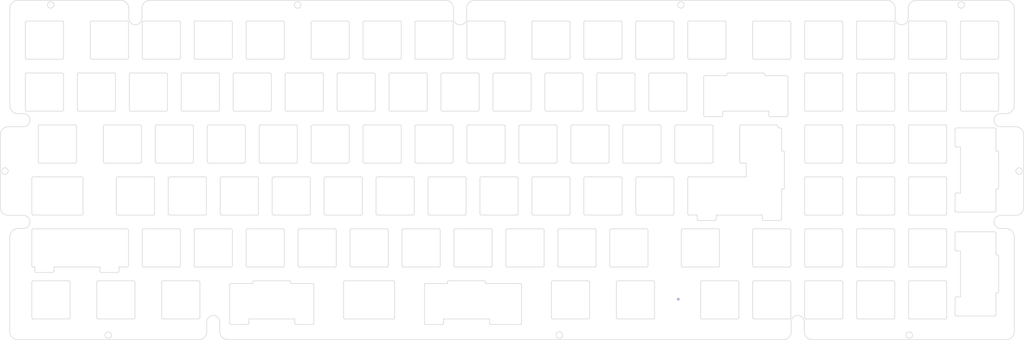
<source format=kicad_pcb>
(kicad_pcb (version 20171130) (host pcbnew "(5.1.7)-1")

  (general
    (thickness 1.6)
    (drawings 963)
    (tracks 1)
    (zones 0)
    (modules 0)
    (nets 1)
  )

  (page A2)
  (layers
    (0 F.Cu signal)
    (31 B.Cu signal)
    (32 B.Adhes user)
    (33 F.Adhes user)
    (34 B.Paste user)
    (35 F.Paste user)
    (36 B.SilkS user)
    (37 F.SilkS user)
    (38 B.Mask user)
    (39 F.Mask user)
    (40 Dwgs.User user)
    (41 Cmts.User user)
    (42 Eco1.User user)
    (43 Eco2.User user)
    (44 Edge.Cuts user)
    (45 Margin user)
    (46 B.CrtYd user)
    (47 F.CrtYd user)
    (48 B.Fab user)
    (49 F.Fab user)
  )

  (setup
    (last_trace_width 0.25)
    (trace_clearance 0.2)
    (zone_clearance 0.508)
    (zone_45_only no)
    (trace_min 0.2)
    (via_size 0.8)
    (via_drill 0.4)
    (via_min_size 0.4)
    (via_min_drill 0.3)
    (uvia_size 0.3)
    (uvia_drill 0.1)
    (uvias_allowed no)
    (uvia_min_size 0.2)
    (uvia_min_drill 0.1)
    (edge_width 0.05)
    (segment_width 0.2)
    (pcb_text_width 0.3)
    (pcb_text_size 1.5 1.5)
    (mod_edge_width 0.12)
    (mod_text_size 1 1)
    (mod_text_width 0.15)
    (pad_size 1.524 1.524)
    (pad_drill 0.762)
    (pad_to_mask_clearance 0)
    (aux_axis_origin 0 0)
    (visible_elements 7FFFFFFF)
    (pcbplotparams
      (layerselection 0x010fc_ffffffff)
      (usegerberextensions false)
      (usegerberattributes false)
      (usegerberadvancedattributes true)
      (creategerberjobfile true)
      (excludeedgelayer true)
      (linewidth 0.100000)
      (plotframeref false)
      (viasonmask false)
      (mode 1)
      (useauxorigin false)
      (hpglpennumber 1)
      (hpglpenspeed 20)
      (hpglpendiameter 15.000000)
      (psnegative false)
      (psa4output false)
      (plotreference true)
      (plotvalue true)
      (plotinvisibletext false)
      (padsonsilk false)
      (subtractmaskfromsilk false)
      (outputformat 1)
      (mirror false)
      (drillshape 0)
      (scaleselection 1)
      (outputdirectory "Gerber/"))
  )

  (net 0 "")

  (net_class Default "This is the default net class."
    (clearance 0.2)
    (trace_width 0.25)
    (via_dia 0.8)
    (via_drill 0.4)
    (uvia_dia 0.3)
    (uvia_drill 0.1)
  )

  (gr_line (start 195.384203 231.488965) (end 203.322203 231.488965) (layer Edge.Cuts) (width 0.2))
  (gr_line (start 203.322203 230.988965) (end 203.322203 231.488965) (layer Edge.Cuts) (width 0.2))
  (gr_arc (start 203.822203 230.988965) (end 203.822203 230.488965) (angle -90) (layer Edge.Cuts) (width 0.2))
  (gr_line (start 203.822203 230.488965) (end 216.822203 230.488965) (layer Edge.Cuts) (width 0.2))
  (gr_arc (start 216.822203 230.988965) (end 217.322203 230.988965) (angle -90) (layer Edge.Cuts) (width 0.2))
  (gr_line (start 217.322203 230.988965) (end 217.322203 231.488965) (layer Edge.Cuts) (width 0.2))
  (gr_line (start 217.322203 231.488965) (end 225.260203 231.488965) (layer Edge.Cuts) (width 0.2))
  (gr_arc (start 225.260203 231.988965) (end 225.760203 231.988965) (angle -90) (layer Edge.Cuts) (width 0.2))
  (gr_line (start 225.760203 231.988965) (end 225.760203 245.988965) (layer Edge.Cuts) (width 0.2))
  (gr_arc (start 225.260203 245.988965) (end 225.260203 246.488965) (angle -90) (layer Edge.Cuts) (width 0.2))
  (gr_line (start 219.260203 246.488965) (end 225.260203 246.488965) (layer Edge.Cuts) (width 0.2))
  (gr_arc (start 219.260203 245.988965) (end 218.760203 245.988965) (angle -90) (layer Edge.Cuts) (width 0.2))
  (gr_line (start 218.760203 244.488965) (end 218.760203 245.988965) (layer Edge.Cuts) (width 0.2))
  (gr_line (start 201.922203 244.488965) (end 218.760203 244.488965) (layer Edge.Cuts) (width 0.2))
  (gr_line (start 201.922203 244.488965) (end 201.922203 245.988965) (layer Edge.Cuts) (width 0.2))
  (gr_arc (start 201.422203 245.988965) (end 201.422203 246.488965) (angle -90) (layer Edge.Cuts) (width 0.2))
  (gr_line (start 195.384203 246.488965) (end 201.422203 246.488965) (layer Edge.Cuts) (width 0.2))
  (gr_arc (start 195.384203 245.988965) (end 194.884203 245.988965) (angle -90) (layer Edge.Cuts) (width 0.2))
  (gr_line (start 194.884203 231.988965) (end 194.884203 245.988965) (layer Edge.Cuts) (width 0.2))
  (gr_arc (start 195.384203 231.988965) (end 195.384203 231.488965) (angle -90) (layer Edge.Cuts) (width 0.2))
  (gr_line (start 397.297203 174.925965) (end 397.297203 182.863965) (layer Edge.Cuts) (width 0.2))
  (gr_line (start 397.797203 182.863965) (end 397.297203 182.863965) (layer Edge.Cuts) (width 0.2))
  (gr_arc (start 397.797203 183.363965) (end 398.297203 183.363965) (angle -90) (layer Edge.Cuts) (width 0.2))
  (gr_line (start 398.297203 183.363965) (end 398.297203 196.363965) (layer Edge.Cuts) (width 0.2))
  (gr_arc (start 397.797203 196.363965) (end 397.797203 196.863965) (angle -90) (layer Edge.Cuts) (width 0.2))
  (gr_line (start 397.797203 196.863965) (end 397.210203 196.863965) (layer Edge.Cuts) (width 0.2))
  (gr_line (start 397.210203 196.863965) (end 397.210203 198.52013) (layer Edge.Cuts) (width 0.2))
  (gr_arc (start 396.797203 198.801965) (end 397.297203 198.801965) (angle -34.30999269) (layer Edge.Cuts) (width 0.2))
  (gr_line (start 397.297203 198.801965) (end 397.297203 204.801965) (layer Edge.Cuts) (width 0.2))
  (gr_arc (start 396.797203 204.801965) (end 397.210203 205.0838) (angle -34.30999269) (layer Edge.Cuts) (width 0.2))
  (gr_line (start 397.210203 205.0838) (end 397.210203 207.888965) (layer Edge.Cuts) (width 0.2))
  (gr_arc (start 396.710203 207.888965) (end 396.710203 208.388965) (angle -90) (layer Edge.Cuts) (width 0.2))
  (gr_line (start 390.710203 208.388965) (end 396.710203 208.388965) (layer Edge.Cuts) (width 0.2))
  (gr_arc (start 390.710203 207.888965) (end 390.210203 207.888965) (angle -90) (layer Edge.Cuts) (width 0.2))
  (gr_line (start 390.210203 206.388965) (end 390.210203 207.888965) (layer Edge.Cuts) (width 0.2))
  (gr_line (start 373.334203 206.388965) (end 390.210203 206.388965) (layer Edge.Cuts) (width 0.2))
  (gr_line (start 373.334203 206.388965) (end 373.334203 207.888965) (layer Edge.Cuts) (width 0.2))
  (gr_arc (start 372.834203 207.888965) (end 372.834203 208.388965) (angle -90) (layer Edge.Cuts) (width 0.2))
  (gr_line (start 366.834203 208.388965) (end 372.834203 208.388965) (layer Edge.Cuts) (width 0.2))
  (gr_arc (start 366.834203 207.888965) (end 366.334203 207.888965) (angle -90) (layer Edge.Cuts) (width 0.2))
  (gr_line (start 366.334203 206.388965) (end 366.334203 207.888965) (layer Edge.Cuts) (width 0.2))
  (gr_line (start 363.365953 206.388965) (end 366.334203 206.388965) (layer Edge.Cuts) (width 0.2))
  (gr_arc (start 363.365953 205.888965) (end 362.865953 205.888965) (angle -90) (layer Edge.Cuts) (width 0.2))
  (gr_line (start 362.865953 192.888965) (end 362.865953 205.888965) (layer Edge.Cuts) (width 0.2))
  (gr_arc (start 363.365953 192.888965) (end 363.365953 192.388965) (angle -90) (layer Edge.Cuts) (width 0.2))
  (gr_line (start 363.365953 192.388965) (end 384.297203 192.388965) (layer Edge.Cuts) (width 0.2))
  (gr_line (start 384.297203 187.338965) (end 384.297203 192.388965) (layer Edge.Cuts) (width 0.2))
  (gr_line (start 382.415953 187.338965) (end 384.297203 187.338965) (layer Edge.Cuts) (width 0.2))
  (gr_arc (start 382.415953 186.838965) (end 381.915953 186.838965) (angle -90) (layer Edge.Cuts) (width 0.2))
  (gr_line (start 381.915953 173.838965) (end 381.915953 186.838965) (layer Edge.Cuts) (width 0.2))
  (gr_arc (start 382.415953 173.838965) (end 382.415953 173.338965) (angle -90) (layer Edge.Cuts) (width 0.2))
  (gr_line (start 382.415953 173.338965) (end 395.415953 173.338965) (layer Edge.Cuts) (width 0.2))
  (gr_arc (start 395.415953 173.838965) (end 395.915953 173.838965) (angle -90) (layer Edge.Cuts) (width 0.2))
  (gr_line (start 395.915953 173.838965) (end 395.915953 174.425965) (layer Edge.Cuts) (width 0.2))
  (gr_line (start 396.797203 174.425965) (end 395.915953 174.425965) (layer Edge.Cuts) (width 0.2))
  (gr_arc (start 396.797203 174.925965) (end 397.297203 174.925965) (angle -90) (layer Edge.Cuts) (width 0.2))
  (gr_line (start 475.878453 213.025965) (end 475.878453 220.963965) (layer Edge.Cuts) (width 0.2))
  (gr_line (start 476.378453 220.963965) (end 475.878453 220.963965) (layer Edge.Cuts) (width 0.2))
  (gr_arc (start 476.378453 221.463965) (end 476.878453 221.463965) (angle -90) (layer Edge.Cuts) (width 0.2))
  (gr_line (start 476.878453 221.463965) (end 476.878453 234.463965) (layer Edge.Cuts) (width 0.2))
  (gr_arc (start 476.378453 234.463965) (end 476.378453 234.963965) (angle -90) (layer Edge.Cuts) (width 0.2))
  (gr_line (start 476.378453 234.963965) (end 475.878453 234.963965) (layer Edge.Cuts) (width 0.2))
  (gr_line (start 475.878453 234.963965) (end 475.878453 242.901965) (layer Edge.Cuts) (width 0.2))
  (gr_arc (start 475.378453 242.901965) (end 475.378453 243.401965) (angle -90) (layer Edge.Cuts) (width 0.2))
  (gr_line (start 475.378453 243.401965) (end 461.378453 243.401965) (layer Edge.Cuts) (width 0.2))
  (gr_arc (start 461.378453 242.901965) (end 460.878453 242.901965) (angle -90) (layer Edge.Cuts) (width 0.2))
  (gr_line (start 460.878453 236.901965) (end 460.878453 242.901965) (layer Edge.Cuts) (width 0.2))
  (gr_arc (start 461.378453 236.901965) (end 461.378453 236.401965) (angle -90) (layer Edge.Cuts) (width 0.2))
  (gr_line (start 462.878453 236.401965) (end 461.378453 236.401965) (layer Edge.Cuts) (width 0.2))
  (gr_line (start 462.878453 219.525965) (end 462.878453 236.401965) (layer Edge.Cuts) (width 0.2))
  (gr_line (start 462.878453 219.525965) (end 461.378453 219.525965) (layer Edge.Cuts) (width 0.2))
  (gr_arc (start 461.378453 219.025965) (end 460.878453 219.025965) (angle -90) (layer Edge.Cuts) (width 0.2))
  (gr_line (start 460.878453 213.025965) (end 460.878453 219.025965) (layer Edge.Cuts) (width 0.2))
  (gr_arc (start 461.378453 213.025965) (end 461.378453 212.525965) (angle -90) (layer Edge.Cuts) (width 0.2))
  (gr_line (start 475.378453 212.525965) (end 461.378453 212.525965) (layer Edge.Cuts) (width 0.2))
  (gr_arc (start 475.378453 213.025965) (end 475.878453 213.025965) (angle -90) (layer Edge.Cuts) (width 0.2))
  (gr_line (start 476.378453 196.863965) (end 475.878453 196.863965) (layer Edge.Cuts) (width 0.2))
  (gr_line (start 475.878453 196.863965) (end 475.878453 204.801965) (layer Edge.Cuts) (width 0.2))
  (gr_arc (start 475.378453 204.801965) (end 475.378453 205.301965) (angle -90) (layer Edge.Cuts) (width 0.2))
  (gr_line (start 475.378453 205.301965) (end 461.378453 205.301965) (layer Edge.Cuts) (width 0.2))
  (gr_arc (start 461.378453 204.801965) (end 460.878453 204.801965) (angle -90) (layer Edge.Cuts) (width 0.2))
  (gr_line (start 460.878453 198.801965) (end 460.878453 204.801965) (layer Edge.Cuts) (width 0.2))
  (gr_arc (start 461.378453 198.801965) (end 461.378453 198.301965) (angle -90) (layer Edge.Cuts) (width 0.2))
  (gr_line (start 462.878453 198.301965) (end 461.378453 198.301965) (layer Edge.Cuts) (width 0.2))
  (gr_line (start 462.878453 181.425965) (end 462.878453 198.301965) (layer Edge.Cuts) (width 0.2))
  (gr_line (start 462.878453 181.425965) (end 461.378453 181.425965) (layer Edge.Cuts) (width 0.2))
  (gr_arc (start 461.378453 180.925965) (end 460.878453 180.925965) (angle -90) (layer Edge.Cuts) (width 0.2))
  (gr_line (start 460.878453 174.925965) (end 460.878453 180.925965) (layer Edge.Cuts) (width 0.2))
  (gr_arc (start 461.378453 174.925965) (end 461.378453 174.425965) (angle -90) (layer Edge.Cuts) (width 0.2))
  (gr_line (start 475.378453 174.425965) (end 461.378453 174.425965) (layer Edge.Cuts) (width 0.2))
  (gr_arc (start 475.378453 174.925965) (end 475.878453 174.925965) (angle -90) (layer Edge.Cuts) (width 0.2))
  (gr_line (start 475.878453 174.925965) (end 475.878453 182.863965) (layer Edge.Cuts) (width 0.2))
  (gr_line (start 476.378453 182.863965) (end 475.878453 182.863965) (layer Edge.Cuts) (width 0.2))
  (gr_arc (start 476.378453 183.363965) (end 476.878453 183.363965) (angle -90) (layer Edge.Cuts) (width 0.2))
  (gr_line (start 476.878453 183.363965) (end 476.878453 196.363965) (layer Edge.Cuts) (width 0.2))
  (gr_arc (start 476.378453 196.363965) (end 476.378453 196.863965) (angle -90) (layer Edge.Cuts) (width 0.2))
  (gr_line (start 392.591453 168.288965) (end 392.591453 169.788965) (layer Edge.Cuts) (width 0.2))
  (gr_line (start 375.715453 168.288965) (end 392.591453 168.288965) (layer Edge.Cuts) (width 0.2))
  (gr_line (start 375.715453 168.288965) (end 375.715453 169.788965) (layer Edge.Cuts) (width 0.2))
  (gr_arc (start 375.215453 169.788965) (end 375.215453 170.288965) (angle -90) (layer Edge.Cuts) (width 0.2))
  (gr_line (start 369.215453 170.288965) (end 375.215453 170.288965) (layer Edge.Cuts) (width 0.2))
  (gr_arc (start 369.215453 169.788965) (end 368.715453 169.788965) (angle -90) (layer Edge.Cuts) (width 0.2))
  (gr_line (start 368.715453 155.788965) (end 368.715453 169.788965) (layer Edge.Cuts) (width 0.2))
  (gr_arc (start 369.215453 155.788965) (end 369.215453 155.288965) (angle -90) (layer Edge.Cuts) (width 0.2))
  (gr_line (start 369.215453 155.288965) (end 377.153453 155.288965) (layer Edge.Cuts) (width 0.2))
  (gr_line (start 377.153453 154.788965) (end 377.153453 155.288965) (layer Edge.Cuts) (width 0.2))
  (gr_arc (start 377.653453 154.788965) (end 377.653453 154.288965) (angle -90) (layer Edge.Cuts) (width 0.2))
  (gr_line (start 377.653453 154.288965) (end 390.653453 154.288965) (layer Edge.Cuts) (width 0.2))
  (gr_arc (start 390.653453 154.788965) (end 391.153453 154.788965) (angle -90) (layer Edge.Cuts) (width 0.2))
  (gr_line (start 391.153453 154.788965) (end 391.153453 155.288965) (layer Edge.Cuts) (width 0.2))
  (gr_line (start 391.153453 155.288965) (end 399.091453 155.288965) (layer Edge.Cuts) (width 0.2))
  (gr_arc (start 399.091453 155.788965) (end 399.591453 155.788965) (angle -90) (layer Edge.Cuts) (width 0.2))
  (gr_line (start 399.591453 155.788965) (end 399.591453 169.788965) (layer Edge.Cuts) (width 0.2))
  (gr_arc (start 399.091453 169.788965) (end 399.091453 170.288965) (angle -90) (layer Edge.Cuts) (width 0.2))
  (gr_line (start 393.091453 170.288965) (end 399.091453 170.288965) (layer Edge.Cuts) (width 0.2))
  (gr_arc (start 393.091453 169.788965) (end 392.591453 169.788965) (angle -90) (layer Edge.Cuts) (width 0.2))
  (gr_line (start 288.759703 230.988965) (end 288.759703 231.488965) (layer Edge.Cuts) (width 0.2))
  (gr_line (start 288.759703 231.488965) (end 301.422203 231.488965) (layer Edge.Cuts) (width 0.2))
  (gr_arc (start 301.422203 231.988965) (end 301.922203 231.988965) (angle -90) (layer Edge.Cuts) (width 0.2))
  (gr_line (start 301.922203 231.988965) (end 301.922203 245.988965) (layer Edge.Cuts) (width 0.2))
  (gr_arc (start 301.422203 245.988965) (end 301.422203 246.488965) (angle -90) (layer Edge.Cuts) (width 0.2))
  (gr_line (start 290.697703 246.488965) (end 301.422203 246.488965) (layer Edge.Cuts) (width 0.2))
  (gr_arc (start 290.697703 245.988965) (end 290.197703 245.988965) (angle -90) (layer Edge.Cuts) (width 0.2))
  (gr_line (start 290.197703 244.488965) (end 290.197703 245.988965) (layer Edge.Cuts) (width 0.2))
  (gr_line (start 273.321703 244.488965) (end 290.197703 244.488965) (layer Edge.Cuts) (width 0.2))
  (gr_line (start 273.321703 244.488965) (end 273.321703 245.988965) (layer Edge.Cuts) (width 0.2))
  (gr_arc (start 272.821703 245.988965) (end 272.821703 246.488965) (angle -90) (layer Edge.Cuts) (width 0.2))
  (gr_line (start 266.821703 246.488965) (end 272.821703 246.488965) (layer Edge.Cuts) (width 0.2))
  (gr_arc (start 266.821703 245.988965) (end 266.321703 245.988965) (angle -90) (layer Edge.Cuts) (width 0.2))
  (gr_line (start 266.321703 231.988965) (end 266.321703 245.988965) (layer Edge.Cuts) (width 0.2))
  (gr_arc (start 266.821703 231.988965) (end 266.821703 231.488965) (angle -90) (layer Edge.Cuts) (width 0.2))
  (gr_line (start 266.821703 231.488965) (end 274.759703 231.488965) (layer Edge.Cuts) (width 0.2))
  (gr_line (start 274.759703 230.988965) (end 274.759703 231.488965) (layer Edge.Cuts) (width 0.2))
  (gr_arc (start 275.259703 230.988965) (end 275.259703 230.488965) (angle -90) (layer Edge.Cuts) (width 0.2))
  (gr_line (start 275.259703 230.488965) (end 288.259703 230.488965) (layer Edge.Cuts) (width 0.2))
  (gr_arc (start 288.259703 230.988965) (end 288.759703 230.988965) (angle -90) (layer Edge.Cuts) (width 0.2))
  (gr_circle (center 484.378453 190.244965) (end 485.578453 190.244965) (layer Edge.Cuts) (width 0.2))
  (gr_circle (center 463.140953 129.326465) (end 464.340953 129.326465) (layer Edge.Cuts) (width 0.2))
  (gr_circle (center 360.340953 129.326465) (end 361.540953 129.326465) (layer Edge.Cuts) (width 0.2))
  (gr_circle (center 219.847203 129.326465) (end 221.047203 129.326465) (layer Edge.Cuts) (width 0.2))
  (gr_circle (center 129.278453 129.326465) (end 130.478453 129.326465) (layer Edge.Cuts) (width 0.2))
  (gr_circle (center 112.478453 190.244965) (end 113.678453 190.244965) (layer Edge.Cuts) (width 0.2))
  (gr_circle (center 150.384703 250.401465) (end 151.584703 250.401465) (layer Edge.Cuts) (width 0.2))
  (gr_circle (center 315.803453 250.401465) (end 317.003453 250.401465) (layer Edge.Cuts) (width 0.2))
  (gr_line (start 154.915953 127.626465) (end 117.278453 127.626465) (layer Edge.Cuts) (width 0.2))
  (gr_arc (start 117.278453 130.626465) (end 117.278453 127.626465) (angle -90) (layer Edge.Cuts) (width 0.2))
  (gr_line (start 114.278453 130.626465) (end 114.278453 166.175965) (layer Edge.Cuts) (width 0.2))
  (gr_arc (start 117.278453 166.175965) (end 114.278453 166.175965) (angle -90) (layer Edge.Cuts) (width 0.2))
  (gr_line (start 119.278453 169.175965) (end 117.278453 169.175965) (layer Edge.Cuts) (width 0.2))
  (gr_arc (start 119.278453 171.575965) (end 119.278453 173.975965) (angle -180) (layer Edge.Cuts) (width 0.2))
  (gr_line (start 119.278453 173.975965) (end 113.778453 173.975965) (layer Edge.Cuts) (width 0.2))
  (gr_arc (start 113.778453 176.975965) (end 113.778453 173.975965) (angle -90) (layer Edge.Cuts) (width 0.2))
  (gr_line (start 110.778453 203.513965) (end 110.778453 176.975965) (layer Edge.Cuts) (width 0.2))
  (gr_arc (start 113.778453 203.513965) (end 110.778453 203.513965) (angle -90) (layer Edge.Cuts) (width 0.2))
  (gr_line (start 119.278453 206.513965) (end 113.778453 206.513965) (layer Edge.Cuts) (width 0.2))
  (gr_arc (start 119.278453 208.913965) (end 119.278453 211.313965) (angle -180) (layer Edge.Cuts) (width 0.2))
  (gr_line (start 119.278453 211.313965) (end 117.278453 211.313965) (layer Edge.Cuts) (width 0.2))
  (gr_arc (start 117.278453 214.313965) (end 117.278453 211.313965) (angle -90) (layer Edge.Cuts) (width 0.2))
  (gr_line (start 114.278453 214.313965) (end 114.278453 249.101465) (layer Edge.Cuts) (width 0.2))
  (gr_arc (start 117.278453 249.101465) (end 114.278453 249.101465) (angle -90) (layer Edge.Cuts) (width 0.2))
  (gr_line (start 117.278453 252.101465) (end 183.490953 252.101465) (layer Edge.Cuts) (width 0.2))
  (gr_arc (start 183.490953 249.101465) (end 183.490953 252.101465) (angle -90) (layer Edge.Cuts) (width 0.2))
  (gr_line (start 186.490953 245.588965) (end 186.490953 249.101465) (layer Edge.Cuts) (width 0.2))
  (gr_arc (start 188.890953 245.588965) (end 191.290953 245.588965) (angle -180) (layer Edge.Cuts) (width 0.2))
  (gr_line (start 191.290953 245.588965) (end 191.290953 249.101465) (layer Edge.Cuts) (width 0.2))
  (gr_arc (start 194.290953 249.101465) (end 191.290953 249.101465) (angle -90) (layer Edge.Cuts) (width 0.2))
  (gr_line (start 194.290953 252.101465) (end 397.803453 252.101465) (layer Edge.Cuts) (width 0.2))
  (gr_arc (start 397.803453 249.101465) (end 397.803453 252.101465) (angle -90) (layer Edge.Cuts) (width 0.2))
  (gr_line (start 400.803453 245.588965) (end 400.803453 249.101465) (layer Edge.Cuts) (width 0.2))
  (gr_arc (start 403.203453 245.588965) (end 405.603453 245.588965) (angle -180) (layer Edge.Cuts) (width 0.2))
  (gr_line (start 405.603453 245.588965) (end 405.603453 249.101465) (layer Edge.Cuts) (width 0.2))
  (gr_arc (start 408.603453 249.101465) (end 405.603453 249.101465) (angle -90) (layer Edge.Cuts) (width 0.2))
  (gr_line (start 408.603453 252.101465) (end 479.578453 252.101465) (layer Edge.Cuts) (width 0.2))
  (gr_arc (start 479.578453 249.101465) (end 479.578453 252.101465) (angle -90) (layer Edge.Cuts) (width 0.2))
  (gr_line (start 482.578453 249.101465) (end 482.578453 214.313965) (layer Edge.Cuts) (width 0.2))
  (gr_arc (start 479.578453 214.313965) (end 482.578453 214.313965) (angle -90) (layer Edge.Cuts) (width 0.2))
  (gr_line (start 477.578453 211.313965) (end 479.578453 211.313965) (layer Edge.Cuts) (width 0.2))
  (gr_arc (start 477.578453 208.913965) (end 477.578453 206.513965) (angle -180) (layer Edge.Cuts) (width 0.2))
  (gr_line (start 477.578453 206.513965) (end 483.078453 206.513965) (layer Edge.Cuts) (width 0.2))
  (gr_arc (start 483.078453 203.513965) (end 483.078453 206.513965) (angle -90) (layer Edge.Cuts) (width 0.2))
  (gr_line (start 486.078453 176.975965) (end 486.078453 203.513965) (layer Edge.Cuts) (width 0.2))
  (gr_arc (start 483.078453 176.975965) (end 486.078453 176.975965) (angle -90) (layer Edge.Cuts) (width 0.2))
  (gr_line (start 477.578453 173.975965) (end 483.078453 173.975965) (layer Edge.Cuts) (width 0.2))
  (gr_arc (start 477.578453 171.575965) (end 477.578453 169.175965) (angle -180) (layer Edge.Cuts) (width 0.2))
  (gr_line (start 477.578453 169.175965) (end 479.578453 169.175965) (layer Edge.Cuts) (width 0.2))
  (gr_arc (start 479.578453 166.175965) (end 479.578453 169.175965) (angle -90) (layer Edge.Cuts) (width 0.2))
  (gr_line (start 482.578453 166.175965) (end 482.578453 130.626465) (layer Edge.Cuts) (width 0.2))
  (gr_arc (start 479.578453 130.626465) (end 482.578453 130.626465) (angle -90) (layer Edge.Cuts) (width 0.2))
  (gr_line (start 479.578453 127.626465) (end 446.703453 127.626465) (layer Edge.Cuts) (width 0.2))
  (gr_arc (start 446.703453 130.626465) (end 446.703453 127.626465) (angle -90) (layer Edge.Cuts) (width 0.2))
  (gr_line (start 443.703453 134.238965) (end 443.703453 130.626465) (layer Edge.Cuts) (width 0.2))
  (gr_arc (start 441.303453 134.238965) (end 438.903453 134.238965) (angle -180) (layer Edge.Cuts) (width 0.2))
  (gr_line (start 438.903453 134.238965) (end 438.903453 130.626465) (layer Edge.Cuts) (width 0.2))
  (gr_arc (start 435.903453 130.626465) (end 438.903453 130.626465) (angle -90) (layer Edge.Cuts) (width 0.2))
  (gr_line (start 435.903453 127.626465) (end 284.778453 127.626465) (layer Edge.Cuts) (width 0.2))
  (gr_arc (start 284.778453 130.626465) (end 284.778453 127.626465) (angle -90) (layer Edge.Cuts) (width 0.2))
  (gr_line (start 281.778453 134.238965) (end 281.778453 130.626465) (layer Edge.Cuts) (width 0.2))
  (gr_arc (start 279.378453 134.238965) (end 276.978453 134.238965) (angle -180) (layer Edge.Cuts) (width 0.2))
  (gr_line (start 276.978453 134.238965) (end 276.978453 130.626465) (layer Edge.Cuts) (width 0.2))
  (gr_arc (start 273.978453 130.626465) (end 276.978453 130.626465) (angle -90) (layer Edge.Cuts) (width 0.2))
  (gr_line (start 273.978453 127.626465) (end 165.715953 127.626465) (layer Edge.Cuts) (width 0.2))
  (gr_arc (start 165.715953 130.626465) (end 165.715953 127.626465) (angle -90) (layer Edge.Cuts) (width 0.2))
  (gr_line (start 162.715953 134.238965) (end 162.715953 130.626465) (layer Edge.Cuts) (width 0.2))
  (gr_arc (start 160.315953 134.238965) (end 157.915953 134.238965) (angle -180) (layer Edge.Cuts) (width 0.2))
  (gr_line (start 157.915953 134.238965) (end 157.915953 130.626465) (layer Edge.Cuts) (width 0.2))
  (gr_arc (start 154.915953 130.626465) (end 157.915953 130.626465) (angle -90) (layer Edge.Cuts) (width 0.2))
  (gr_arc (start 133.478453 148.738965) (end 133.478453 149.238965) (angle -90) (layer Edge.Cuts) (width 0.2))
  (gr_line (start 120.478453 149.238965) (end 133.478453 149.238965) (layer Edge.Cuts) (width 0.2))
  (gr_arc (start 120.478453 148.738965) (end 119.978453 148.738965) (angle -90) (layer Edge.Cuts) (width 0.2))
  (gr_line (start 119.978453 135.738965) (end 119.978453 148.738965) (layer Edge.Cuts) (width 0.2))
  (gr_arc (start 120.478453 135.738965) (end 120.478453 135.238965) (angle -90) (layer Edge.Cuts) (width 0.2))
  (gr_line (start 120.478453 135.238965) (end 133.478453 135.238965) (layer Edge.Cuts) (width 0.2))
  (gr_arc (start 133.478453 135.738965) (end 133.978453 135.738965) (angle -90) (layer Edge.Cuts) (width 0.2))
  (gr_line (start 133.978453 135.738965) (end 133.978453 148.738965) (layer Edge.Cuts) (width 0.2))
  (gr_arc (start 157.290953 148.738965) (end 157.290953 149.238965) (angle -90) (layer Edge.Cuts) (width 0.2))
  (gr_line (start 144.290953 149.238965) (end 157.290953 149.238965) (layer Edge.Cuts) (width 0.2))
  (gr_arc (start 144.290953 148.738965) (end 143.790953 148.738965) (angle -90) (layer Edge.Cuts) (width 0.2))
  (gr_line (start 143.790953 135.738965) (end 143.790953 148.738965) (layer Edge.Cuts) (width 0.2))
  (gr_arc (start 144.290953 135.738965) (end 144.290953 135.238965) (angle -90) (layer Edge.Cuts) (width 0.2))
  (gr_line (start 144.290953 135.238965) (end 157.290953 135.238965) (layer Edge.Cuts) (width 0.2))
  (gr_arc (start 157.290953 135.738965) (end 157.790953 135.738965) (angle -90) (layer Edge.Cuts) (width 0.2))
  (gr_line (start 157.790953 135.738965) (end 157.790953 148.738965) (layer Edge.Cuts) (width 0.2))
  (gr_arc (start 176.340953 148.738965) (end 176.340953 149.238965) (angle -90) (layer Edge.Cuts) (width 0.2))
  (gr_line (start 163.340953 149.238965) (end 176.340953 149.238965) (layer Edge.Cuts) (width 0.2))
  (gr_arc (start 163.340953 148.738965) (end 162.840953 148.738965) (angle -90) (layer Edge.Cuts) (width 0.2))
  (gr_line (start 162.840953 135.738965) (end 162.840953 148.738965) (layer Edge.Cuts) (width 0.2))
  (gr_arc (start 163.340953 135.738965) (end 163.340953 135.238965) (angle -90) (layer Edge.Cuts) (width 0.2))
  (gr_line (start 163.340953 135.238965) (end 176.340953 135.238965) (layer Edge.Cuts) (width 0.2))
  (gr_arc (start 176.340953 135.738965) (end 176.840953 135.738965) (angle -90) (layer Edge.Cuts) (width 0.2))
  (gr_line (start 176.840953 135.738965) (end 176.840953 148.738965) (layer Edge.Cuts) (width 0.2))
  (gr_arc (start 195.390953 148.738965) (end 195.390953 149.238965) (angle -90) (layer Edge.Cuts) (width 0.2))
  (gr_line (start 182.390953 149.238965) (end 195.390953 149.238965) (layer Edge.Cuts) (width 0.2))
  (gr_arc (start 182.390953 148.738965) (end 181.890953 148.738965) (angle -90) (layer Edge.Cuts) (width 0.2))
  (gr_line (start 181.890953 135.738965) (end 181.890953 148.738965) (layer Edge.Cuts) (width 0.2))
  (gr_arc (start 182.390953 135.738965) (end 182.390953 135.238965) (angle -90) (layer Edge.Cuts) (width 0.2))
  (gr_line (start 182.390953 135.238965) (end 195.390953 135.238965) (layer Edge.Cuts) (width 0.2))
  (gr_arc (start 195.390953 135.738965) (end 195.890953 135.738965) (angle -90) (layer Edge.Cuts) (width 0.2))
  (gr_line (start 195.890953 135.738965) (end 195.890953 148.738965) (layer Edge.Cuts) (width 0.2))
  (gr_arc (start 214.440953 148.738965) (end 214.440953 149.238965) (angle -90) (layer Edge.Cuts) (width 0.2))
  (gr_line (start 201.440953 149.238965) (end 214.440953 149.238965) (layer Edge.Cuts) (width 0.2))
  (gr_arc (start 201.440953 148.738965) (end 200.940953 148.738965) (angle -90) (layer Edge.Cuts) (width 0.2))
  (gr_line (start 200.940953 135.738965) (end 200.940953 148.738965) (layer Edge.Cuts) (width 0.2))
  (gr_arc (start 201.440953 135.738965) (end 201.440953 135.238965) (angle -90) (layer Edge.Cuts) (width 0.2))
  (gr_line (start 201.440953 135.238965) (end 214.440953 135.238965) (layer Edge.Cuts) (width 0.2))
  (gr_arc (start 214.440953 135.738965) (end 214.940953 135.738965) (angle -90) (layer Edge.Cuts) (width 0.2))
  (gr_line (start 214.940953 135.738965) (end 214.940953 148.738965) (layer Edge.Cuts) (width 0.2))
  (gr_arc (start 238.253453 148.738965) (end 238.253453 149.238965) (angle -90) (layer Edge.Cuts) (width 0.2))
  (gr_line (start 225.253453 149.238965) (end 238.253453 149.238965) (layer Edge.Cuts) (width 0.2))
  (gr_arc (start 225.253453 148.738965) (end 224.753453 148.738965) (angle -90) (layer Edge.Cuts) (width 0.2))
  (gr_line (start 224.753453 135.738965) (end 224.753453 148.738965) (layer Edge.Cuts) (width 0.2))
  (gr_arc (start 225.253453 135.738965) (end 225.253453 135.238965) (angle -90) (layer Edge.Cuts) (width 0.2))
  (gr_line (start 225.253453 135.238965) (end 238.253453 135.238965) (layer Edge.Cuts) (width 0.2))
  (gr_arc (start 238.253453 135.738965) (end 238.753453 135.738965) (angle -90) (layer Edge.Cuts) (width 0.2))
  (gr_line (start 238.753453 135.738965) (end 238.753453 148.738965) (layer Edge.Cuts) (width 0.2))
  (gr_arc (start 257.303453 148.738965) (end 257.303453 149.238965) (angle -90) (layer Edge.Cuts) (width 0.2))
  (gr_line (start 244.303453 149.238965) (end 257.303453 149.238965) (layer Edge.Cuts) (width 0.2))
  (gr_arc (start 244.303453 148.738965) (end 243.803453 148.738965) (angle -90) (layer Edge.Cuts) (width 0.2))
  (gr_line (start 243.803453 135.738965) (end 243.803453 148.738965) (layer Edge.Cuts) (width 0.2))
  (gr_arc (start 244.303453 135.738965) (end 244.303453 135.238965) (angle -90) (layer Edge.Cuts) (width 0.2))
  (gr_line (start 244.303453 135.238965) (end 257.303453 135.238965) (layer Edge.Cuts) (width 0.2))
  (gr_arc (start 257.303453 135.738965) (end 257.803453 135.738965) (angle -90) (layer Edge.Cuts) (width 0.2))
  (gr_line (start 257.803453 135.738965) (end 257.803453 148.738965) (layer Edge.Cuts) (width 0.2))
  (gr_arc (start 276.353453 148.738965) (end 276.353453 149.238965) (angle -90) (layer Edge.Cuts) (width 0.2))
  (gr_line (start 263.353453 149.238965) (end 276.353453 149.238965) (layer Edge.Cuts) (width 0.2))
  (gr_arc (start 263.353453 148.738965) (end 262.853453 148.738965) (angle -90) (layer Edge.Cuts) (width 0.2))
  (gr_line (start 262.853453 135.738965) (end 262.853453 148.738965) (layer Edge.Cuts) (width 0.2))
  (gr_arc (start 263.353453 135.738965) (end 263.353453 135.238965) (angle -90) (layer Edge.Cuts) (width 0.2))
  (gr_line (start 263.353453 135.238965) (end 276.353453 135.238965) (layer Edge.Cuts) (width 0.2))
  (gr_arc (start 276.353453 135.738965) (end 276.853453 135.738965) (angle -90) (layer Edge.Cuts) (width 0.2))
  (gr_line (start 276.853453 135.738965) (end 276.853453 148.738965) (layer Edge.Cuts) (width 0.2))
  (gr_arc (start 295.403453 148.738965) (end 295.403453 149.238965) (angle -90) (layer Edge.Cuts) (width 0.2))
  (gr_line (start 282.403453 149.238965) (end 295.403453 149.238965) (layer Edge.Cuts) (width 0.2))
  (gr_arc (start 282.403453 148.738965) (end 281.903453 148.738965) (angle -90) (layer Edge.Cuts) (width 0.2))
  (gr_line (start 281.903453 135.738965) (end 281.903453 148.738965) (layer Edge.Cuts) (width 0.2))
  (gr_arc (start 282.403453 135.738965) (end 282.403453 135.238965) (angle -90) (layer Edge.Cuts) (width 0.2))
  (gr_line (start 282.403453 135.238965) (end 295.403453 135.238965) (layer Edge.Cuts) (width 0.2))
  (gr_arc (start 295.403453 135.738965) (end 295.903453 135.738965) (angle -90) (layer Edge.Cuts) (width 0.2))
  (gr_line (start 295.903453 135.738965) (end 295.903453 148.738965) (layer Edge.Cuts) (width 0.2))
  (gr_arc (start 319.215953 148.738965) (end 319.215953 149.238965) (angle -90) (layer Edge.Cuts) (width 0.2))
  (gr_line (start 306.215953 149.238965) (end 319.215953 149.238965) (layer Edge.Cuts) (width 0.2))
  (gr_arc (start 306.215953 148.738965) (end 305.715953 148.738965) (angle -90) (layer Edge.Cuts) (width 0.2))
  (gr_line (start 305.715953 135.738965) (end 305.715953 148.738965) (layer Edge.Cuts) (width 0.2))
  (gr_arc (start 306.215953 135.738965) (end 306.215953 135.238965) (angle -90) (layer Edge.Cuts) (width 0.2))
  (gr_line (start 306.215953 135.238965) (end 319.215953 135.238965) (layer Edge.Cuts) (width 0.2))
  (gr_arc (start 319.215953 135.738965) (end 319.715953 135.738965) (angle -90) (layer Edge.Cuts) (width 0.2))
  (gr_line (start 319.715953 135.738965) (end 319.715953 148.738965) (layer Edge.Cuts) (width 0.2))
  (gr_arc (start 338.265953 148.738965) (end 338.265953 149.238965) (angle -90) (layer Edge.Cuts) (width 0.2))
  (gr_line (start 325.265953 149.238965) (end 338.265953 149.238965) (layer Edge.Cuts) (width 0.2))
  (gr_arc (start 325.265953 148.738965) (end 324.765953 148.738965) (angle -90) (layer Edge.Cuts) (width 0.2))
  (gr_line (start 324.765953 135.738965) (end 324.765953 148.738965) (layer Edge.Cuts) (width 0.2))
  (gr_arc (start 325.265953 135.738965) (end 325.265953 135.238965) (angle -90) (layer Edge.Cuts) (width 0.2))
  (gr_line (start 325.265953 135.238965) (end 338.265953 135.238965) (layer Edge.Cuts) (width 0.2))
  (gr_arc (start 338.265953 135.738965) (end 338.765953 135.738965) (angle -90) (layer Edge.Cuts) (width 0.2))
  (gr_line (start 338.765953 135.738965) (end 338.765953 148.738965) (layer Edge.Cuts) (width 0.2))
  (gr_arc (start 357.315953 148.738965) (end 357.315953 149.238965) (angle -90) (layer Edge.Cuts) (width 0.2))
  (gr_line (start 344.315953 149.238965) (end 357.315953 149.238965) (layer Edge.Cuts) (width 0.2))
  (gr_arc (start 344.315953 148.738965) (end 343.815953 148.738965) (angle -90) (layer Edge.Cuts) (width 0.2))
  (gr_line (start 343.815953 135.738965) (end 343.815953 148.738965) (layer Edge.Cuts) (width 0.2))
  (gr_arc (start 344.315953 135.738965) (end 344.315953 135.238965) (angle -90) (layer Edge.Cuts) (width 0.2))
  (gr_line (start 344.315953 135.238965) (end 357.315953 135.238965) (layer Edge.Cuts) (width 0.2))
  (gr_arc (start 357.315953 135.738965) (end 357.815953 135.738965) (angle -90) (layer Edge.Cuts) (width 0.2))
  (gr_line (start 357.815953 135.738965) (end 357.815953 148.738965) (layer Edge.Cuts) (width 0.2))
  (gr_arc (start 376.365953 148.738965) (end 376.365953 149.238965) (angle -90) (layer Edge.Cuts) (width 0.2))
  (gr_line (start 363.365953 149.238965) (end 376.365953 149.238965) (layer Edge.Cuts) (width 0.2))
  (gr_arc (start 363.365953 148.738965) (end 362.865953 148.738965) (angle -90) (layer Edge.Cuts) (width 0.2))
  (gr_line (start 362.865953 135.738965) (end 362.865953 148.738965) (layer Edge.Cuts) (width 0.2))
  (gr_arc (start 363.365953 135.738965) (end 363.365953 135.238965) (angle -90) (layer Edge.Cuts) (width 0.2))
  (gr_line (start 363.365953 135.238965) (end 376.365953 135.238965) (layer Edge.Cuts) (width 0.2))
  (gr_arc (start 376.365953 135.738965) (end 376.865953 135.738965) (angle -90) (layer Edge.Cuts) (width 0.2))
  (gr_line (start 376.865953 135.738965) (end 376.865953 148.738965) (layer Edge.Cuts) (width 0.2))
  (gr_arc (start 400.178453 148.738965) (end 400.178453 149.238965) (angle -90) (layer Edge.Cuts) (width 0.2))
  (gr_line (start 387.178453 149.238965) (end 400.178453 149.238965) (layer Edge.Cuts) (width 0.2))
  (gr_arc (start 387.178453 148.738965) (end 386.678453 148.738965) (angle -90) (layer Edge.Cuts) (width 0.2))
  (gr_line (start 386.678453 135.738965) (end 386.678453 148.738965) (layer Edge.Cuts) (width 0.2))
  (gr_arc (start 387.178453 135.738965) (end 387.178453 135.238965) (angle -90) (layer Edge.Cuts) (width 0.2))
  (gr_line (start 387.178453 135.238965) (end 400.178453 135.238965) (layer Edge.Cuts) (width 0.2))
  (gr_arc (start 400.178453 135.738965) (end 400.678453 135.738965) (angle -90) (layer Edge.Cuts) (width 0.2))
  (gr_line (start 400.678453 135.738965) (end 400.678453 148.738965) (layer Edge.Cuts) (width 0.2))
  (gr_arc (start 419.228453 148.738965) (end 419.228453 149.238965) (angle -90) (layer Edge.Cuts) (width 0.2))
  (gr_line (start 406.228453 149.238965) (end 419.228453 149.238965) (layer Edge.Cuts) (width 0.2))
  (gr_arc (start 406.228453 148.738965) (end 405.728453 148.738965) (angle -90) (layer Edge.Cuts) (width 0.2))
  (gr_line (start 405.728453 135.738965) (end 405.728453 148.738965) (layer Edge.Cuts) (width 0.2))
  (gr_arc (start 406.228453 135.738965) (end 406.228453 135.238965) (angle -90) (layer Edge.Cuts) (width 0.2))
  (gr_line (start 406.228453 135.238965) (end 419.228453 135.238965) (layer Edge.Cuts) (width 0.2))
  (gr_arc (start 419.228453 135.738965) (end 419.728453 135.738965) (angle -90) (layer Edge.Cuts) (width 0.2))
  (gr_line (start 419.728453 135.738965) (end 419.728453 148.738965) (layer Edge.Cuts) (width 0.2))
  (gr_arc (start 438.278453 148.738965) (end 438.278453 149.238965) (angle -90) (layer Edge.Cuts) (width 0.2))
  (gr_line (start 425.278453 149.238965) (end 438.278453 149.238965) (layer Edge.Cuts) (width 0.2))
  (gr_arc (start 425.278453 148.738965) (end 424.778453 148.738965) (angle -90) (layer Edge.Cuts) (width 0.2))
  (gr_line (start 424.778453 135.738965) (end 424.778453 148.738965) (layer Edge.Cuts) (width 0.2))
  (gr_arc (start 425.278453 135.738965) (end 425.278453 135.238965) (angle -90) (layer Edge.Cuts) (width 0.2))
  (gr_line (start 425.278453 135.238965) (end 438.278453 135.238965) (layer Edge.Cuts) (width 0.2))
  (gr_arc (start 438.278453 135.738965) (end 438.778453 135.738965) (angle -90) (layer Edge.Cuts) (width 0.2))
  (gr_line (start 438.778453 135.738965) (end 438.778453 148.738965) (layer Edge.Cuts) (width 0.2))
  (gr_arc (start 457.328453 148.738965) (end 457.328453 149.238965) (angle -90) (layer Edge.Cuts) (width 0.2))
  (gr_line (start 444.328453 149.238965) (end 457.328453 149.238965) (layer Edge.Cuts) (width 0.2))
  (gr_arc (start 444.328453 148.738965) (end 443.828453 148.738965) (angle -90) (layer Edge.Cuts) (width 0.2))
  (gr_line (start 443.828453 135.738965) (end 443.828453 148.738965) (layer Edge.Cuts) (width 0.2))
  (gr_arc (start 444.328453 135.738965) (end 444.328453 135.238965) (angle -90) (layer Edge.Cuts) (width 0.2))
  (gr_line (start 444.328453 135.238965) (end 457.328453 135.238965) (layer Edge.Cuts) (width 0.2))
  (gr_arc (start 457.328453 135.738965) (end 457.828453 135.738965) (angle -90) (layer Edge.Cuts) (width 0.2))
  (gr_line (start 457.828453 135.738965) (end 457.828453 148.738965) (layer Edge.Cuts) (width 0.2))
  (gr_arc (start 476.378453 148.738965) (end 476.378453 149.238965) (angle -90) (layer Edge.Cuts) (width 0.2))
  (gr_line (start 463.378453 149.238965) (end 476.378453 149.238965) (layer Edge.Cuts) (width 0.2))
  (gr_arc (start 463.378453 148.738965) (end 462.878453 148.738965) (angle -90) (layer Edge.Cuts) (width 0.2))
  (gr_line (start 462.878453 135.738965) (end 462.878453 148.738965) (layer Edge.Cuts) (width 0.2))
  (gr_arc (start 463.378453 135.738965) (end 463.378453 135.238965) (angle -90) (layer Edge.Cuts) (width 0.2))
  (gr_line (start 463.378453 135.238965) (end 476.378453 135.238965) (layer Edge.Cuts) (width 0.2))
  (gr_arc (start 476.378453 135.738965) (end 476.878453 135.738965) (angle -90) (layer Edge.Cuts) (width 0.2))
  (gr_line (start 476.878453 135.738965) (end 476.878453 148.738965) (layer Edge.Cuts) (width 0.2))
  (gr_arc (start 133.478453 167.788965) (end 133.478453 168.288965) (angle -90) (layer Edge.Cuts) (width 0.2))
  (gr_line (start 120.478453 168.288965) (end 133.478453 168.288965) (layer Edge.Cuts) (width 0.2))
  (gr_arc (start 120.478453 167.788965) (end 119.978453 167.788965) (angle -90) (layer Edge.Cuts) (width 0.2))
  (gr_line (start 119.978453 154.788965) (end 119.978453 167.788965) (layer Edge.Cuts) (width 0.2))
  (gr_arc (start 120.478453 154.788965) (end 120.478453 154.288965) (angle -90) (layer Edge.Cuts) (width 0.2))
  (gr_line (start 120.478453 154.288965) (end 133.478453 154.288965) (layer Edge.Cuts) (width 0.2))
  (gr_arc (start 133.478453 154.788965) (end 133.978453 154.788965) (angle -90) (layer Edge.Cuts) (width 0.2))
  (gr_line (start 133.978453 154.788965) (end 133.978453 167.788965) (layer Edge.Cuts) (width 0.2))
  (gr_arc (start 152.528453 167.788965) (end 152.528453 168.288965) (angle -90) (layer Edge.Cuts) (width 0.2))
  (gr_line (start 139.528453 168.288965) (end 152.528453 168.288965) (layer Edge.Cuts) (width 0.2))
  (gr_arc (start 139.528453 167.788965) (end 139.028453 167.788965) (angle -90) (layer Edge.Cuts) (width 0.2))
  (gr_line (start 139.028453 154.788965) (end 139.028453 167.788965) (layer Edge.Cuts) (width 0.2))
  (gr_arc (start 139.528453 154.788965) (end 139.528453 154.288965) (angle -90) (layer Edge.Cuts) (width 0.2))
  (gr_line (start 139.528453 154.288965) (end 152.528453 154.288965) (layer Edge.Cuts) (width 0.2))
  (gr_arc (start 152.528453 154.788965) (end 153.028453 154.788965) (angle -90) (layer Edge.Cuts) (width 0.2))
  (gr_line (start 153.028453 154.788965) (end 153.028453 167.788965) (layer Edge.Cuts) (width 0.2))
  (gr_arc (start 171.578453 167.788965) (end 171.578453 168.288965) (angle -90) (layer Edge.Cuts) (width 0.2))
  (gr_line (start 158.578453 168.288965) (end 171.578453 168.288965) (layer Edge.Cuts) (width 0.2))
  (gr_arc (start 158.578453 167.788965) (end 158.078453 167.788965) (angle -90) (layer Edge.Cuts) (width 0.2))
  (gr_line (start 158.078453 154.788965) (end 158.078453 167.788965) (layer Edge.Cuts) (width 0.2))
  (gr_arc (start 158.578453 154.788965) (end 158.578453 154.288965) (angle -90) (layer Edge.Cuts) (width 0.2))
  (gr_line (start 158.578453 154.288965) (end 171.578453 154.288965) (layer Edge.Cuts) (width 0.2))
  (gr_arc (start 171.578453 154.788965) (end 172.078453 154.788965) (angle -90) (layer Edge.Cuts) (width 0.2))
  (gr_line (start 172.078453 154.788965) (end 172.078453 167.788965) (layer Edge.Cuts) (width 0.2))
  (gr_arc (start 190.628453 167.788965) (end 190.628453 168.288965) (angle -90) (layer Edge.Cuts) (width 0.2))
  (gr_line (start 177.628453 168.288965) (end 190.628453 168.288965) (layer Edge.Cuts) (width 0.2))
  (gr_arc (start 177.628453 167.788965) (end 177.128453 167.788965) (angle -90) (layer Edge.Cuts) (width 0.2))
  (gr_line (start 177.128453 154.788965) (end 177.128453 167.788965) (layer Edge.Cuts) (width 0.2))
  (gr_arc (start 177.628453 154.788965) (end 177.628453 154.288965) (angle -90) (layer Edge.Cuts) (width 0.2))
  (gr_line (start 177.628453 154.288965) (end 190.628453 154.288965) (layer Edge.Cuts) (width 0.2))
  (gr_arc (start 190.628453 154.788965) (end 191.128453 154.788965) (angle -90) (layer Edge.Cuts) (width 0.2))
  (gr_line (start 191.128453 154.788965) (end 191.128453 167.788965) (layer Edge.Cuts) (width 0.2))
  (gr_arc (start 209.678453 167.788965) (end 209.678453 168.288965) (angle -90) (layer Edge.Cuts) (width 0.2))
  (gr_line (start 196.678453 168.288965) (end 209.678453 168.288965) (layer Edge.Cuts) (width 0.2))
  (gr_arc (start 196.678453 167.788965) (end 196.178453 167.788965) (angle -90) (layer Edge.Cuts) (width 0.2))
  (gr_line (start 196.178453 154.788965) (end 196.178453 167.788965) (layer Edge.Cuts) (width 0.2))
  (gr_arc (start 196.678453 154.788965) (end 196.678453 154.288965) (angle -90) (layer Edge.Cuts) (width 0.2))
  (gr_line (start 196.678453 154.288965) (end 209.678453 154.288965) (layer Edge.Cuts) (width 0.2))
  (gr_arc (start 209.678453 154.788965) (end 210.178453 154.788965) (angle -90) (layer Edge.Cuts) (width 0.2))
  (gr_line (start 210.178453 154.788965) (end 210.178453 167.788965) (layer Edge.Cuts) (width 0.2))
  (gr_arc (start 228.728453 167.788965) (end 228.728453 168.288965) (angle -90) (layer Edge.Cuts) (width 0.2))
  (gr_line (start 215.728453 168.288965) (end 228.728453 168.288965) (layer Edge.Cuts) (width 0.2))
  (gr_arc (start 215.728453 167.788965) (end 215.228453 167.788965) (angle -90) (layer Edge.Cuts) (width 0.2))
  (gr_line (start 215.228453 154.788965) (end 215.228453 167.788965) (layer Edge.Cuts) (width 0.2))
  (gr_arc (start 215.728453 154.788965) (end 215.728453 154.288965) (angle -90) (layer Edge.Cuts) (width 0.2))
  (gr_line (start 215.728453 154.288965) (end 228.728453 154.288965) (layer Edge.Cuts) (width 0.2))
  (gr_arc (start 228.728453 154.788965) (end 229.228453 154.788965) (angle -90) (layer Edge.Cuts) (width 0.2))
  (gr_line (start 229.228453 154.788965) (end 229.228453 167.788965) (layer Edge.Cuts) (width 0.2))
  (gr_arc (start 247.778453 167.788965) (end 247.778453 168.288965) (angle -90) (layer Edge.Cuts) (width 0.2))
  (gr_line (start 234.778453 168.288965) (end 247.778453 168.288965) (layer Edge.Cuts) (width 0.2))
  (gr_arc (start 234.778453 167.788965) (end 234.278453 167.788965) (angle -90) (layer Edge.Cuts) (width 0.2))
  (gr_line (start 234.278453 154.788965) (end 234.278453 167.788965) (layer Edge.Cuts) (width 0.2))
  (gr_arc (start 234.778453 154.788965) (end 234.778453 154.288965) (angle -90) (layer Edge.Cuts) (width 0.2))
  (gr_line (start 234.778453 154.288965) (end 247.778453 154.288965) (layer Edge.Cuts) (width 0.2))
  (gr_arc (start 247.778453 154.788965) (end 248.278453 154.788965) (angle -90) (layer Edge.Cuts) (width 0.2))
  (gr_line (start 248.278453 154.788965) (end 248.278453 167.788965) (layer Edge.Cuts) (width 0.2))
  (gr_arc (start 266.828453 167.788965) (end 266.828453 168.288965) (angle -90) (layer Edge.Cuts) (width 0.2))
  (gr_line (start 253.828453 168.288965) (end 266.828453 168.288965) (layer Edge.Cuts) (width 0.2))
  (gr_arc (start 253.828453 167.788965) (end 253.328453 167.788965) (angle -90) (layer Edge.Cuts) (width 0.2))
  (gr_line (start 253.328453 154.788965) (end 253.328453 167.788965) (layer Edge.Cuts) (width 0.2))
  (gr_arc (start 253.828453 154.788965) (end 253.828453 154.288965) (angle -90) (layer Edge.Cuts) (width 0.2))
  (gr_line (start 253.828453 154.288965) (end 266.828453 154.288965) (layer Edge.Cuts) (width 0.2))
  (gr_arc (start 266.828453 154.788965) (end 267.328453 154.788965) (angle -90) (layer Edge.Cuts) (width 0.2))
  (gr_line (start 267.328453 154.788965) (end 267.328453 167.788965) (layer Edge.Cuts) (width 0.2))
  (gr_arc (start 285.878453 167.788965) (end 285.878453 168.288965) (angle -90) (layer Edge.Cuts) (width 0.2))
  (gr_line (start 272.878453 168.288965) (end 285.878453 168.288965) (layer Edge.Cuts) (width 0.2))
  (gr_arc (start 272.878453 167.788965) (end 272.378453 167.788965) (angle -90) (layer Edge.Cuts) (width 0.2))
  (gr_line (start 272.378453 154.788965) (end 272.378453 167.788965) (layer Edge.Cuts) (width 0.2))
  (gr_arc (start 272.878453 154.788965) (end 272.878453 154.288965) (angle -90) (layer Edge.Cuts) (width 0.2))
  (gr_line (start 272.878453 154.288965) (end 285.878453 154.288965) (layer Edge.Cuts) (width 0.2))
  (gr_arc (start 285.878453 154.788965) (end 286.378453 154.788965) (angle -90) (layer Edge.Cuts) (width 0.2))
  (gr_line (start 286.378453 154.788965) (end 286.378453 167.788965) (layer Edge.Cuts) (width 0.2))
  (gr_arc (start 304.928453 167.788965) (end 304.928453 168.288965) (angle -90) (layer Edge.Cuts) (width 0.2))
  (gr_line (start 291.928453 168.288965) (end 304.928453 168.288965) (layer Edge.Cuts) (width 0.2))
  (gr_arc (start 291.928453 167.788965) (end 291.428453 167.788965) (angle -90) (layer Edge.Cuts) (width 0.2))
  (gr_line (start 291.428453 154.788965) (end 291.428453 167.788965) (layer Edge.Cuts) (width 0.2))
  (gr_arc (start 291.928453 154.788965) (end 291.928453 154.288965) (angle -90) (layer Edge.Cuts) (width 0.2))
  (gr_line (start 291.928453 154.288965) (end 304.928453 154.288965) (layer Edge.Cuts) (width 0.2))
  (gr_arc (start 304.928453 154.788965) (end 305.428453 154.788965) (angle -90) (layer Edge.Cuts) (width 0.2))
  (gr_line (start 305.428453 154.788965) (end 305.428453 167.788965) (layer Edge.Cuts) (width 0.2))
  (gr_arc (start 323.978453 167.788965) (end 323.978453 168.288965) (angle -90) (layer Edge.Cuts) (width 0.2))
  (gr_line (start 310.978453 168.288965) (end 323.978453 168.288965) (layer Edge.Cuts) (width 0.2))
  (gr_arc (start 310.978453 167.788965) (end 310.478453 167.788965) (angle -90) (layer Edge.Cuts) (width 0.2))
  (gr_line (start 310.478453 154.788965) (end 310.478453 167.788965) (layer Edge.Cuts) (width 0.2))
  (gr_arc (start 310.978453 154.788965) (end 310.978453 154.288965) (angle -90) (layer Edge.Cuts) (width 0.2))
  (gr_line (start 310.978453 154.288965) (end 323.978453 154.288965) (layer Edge.Cuts) (width 0.2))
  (gr_arc (start 323.978453 154.788965) (end 324.478453 154.788965) (angle -90) (layer Edge.Cuts) (width 0.2))
  (gr_line (start 324.478453 154.788965) (end 324.478453 167.788965) (layer Edge.Cuts) (width 0.2))
  (gr_arc (start 343.028453 167.788965) (end 343.028453 168.288965) (angle -90) (layer Edge.Cuts) (width 0.2))
  (gr_line (start 330.028453 168.288965) (end 343.028453 168.288965) (layer Edge.Cuts) (width 0.2))
  (gr_arc (start 330.028453 167.788965) (end 329.528453 167.788965) (angle -90) (layer Edge.Cuts) (width 0.2))
  (gr_line (start 329.528453 154.788965) (end 329.528453 167.788965) (layer Edge.Cuts) (width 0.2))
  (gr_arc (start 330.028453 154.788965) (end 330.028453 154.288965) (angle -90) (layer Edge.Cuts) (width 0.2))
  (gr_line (start 330.028453 154.288965) (end 343.028453 154.288965) (layer Edge.Cuts) (width 0.2))
  (gr_arc (start 343.028453 154.788965) (end 343.528453 154.788965) (angle -90) (layer Edge.Cuts) (width 0.2))
  (gr_line (start 343.528453 154.788965) (end 343.528453 167.788965) (layer Edge.Cuts) (width 0.2))
  (gr_arc (start 362.078453 167.788965) (end 362.078453 168.288965) (angle -90) (layer Edge.Cuts) (width 0.2))
  (gr_line (start 349.078453 168.288965) (end 362.078453 168.288965) (layer Edge.Cuts) (width 0.2))
  (gr_arc (start 349.078453 167.788965) (end 348.578453 167.788965) (angle -90) (layer Edge.Cuts) (width 0.2))
  (gr_line (start 348.578453 154.788965) (end 348.578453 167.788965) (layer Edge.Cuts) (width 0.2))
  (gr_arc (start 349.078453 154.788965) (end 349.078453 154.288965) (angle -90) (layer Edge.Cuts) (width 0.2))
  (gr_line (start 349.078453 154.288965) (end 362.078453 154.288965) (layer Edge.Cuts) (width 0.2))
  (gr_arc (start 362.078453 154.788965) (end 362.578453 154.788965) (angle -90) (layer Edge.Cuts) (width 0.2))
  (gr_line (start 362.578453 154.788965) (end 362.578453 167.788965) (layer Edge.Cuts) (width 0.2))
  (gr_arc (start 419.228453 167.788965) (end 419.228453 168.288965) (angle -90) (layer Edge.Cuts) (width 0.2))
  (gr_line (start 406.228453 168.288965) (end 419.228453 168.288965) (layer Edge.Cuts) (width 0.2))
  (gr_arc (start 406.228453 167.788965) (end 405.728453 167.788965) (angle -90) (layer Edge.Cuts) (width 0.2))
  (gr_line (start 405.728453 154.788965) (end 405.728453 167.788965) (layer Edge.Cuts) (width 0.2))
  (gr_arc (start 406.228453 154.788965) (end 406.228453 154.288965) (angle -90) (layer Edge.Cuts) (width 0.2))
  (gr_line (start 406.228453 154.288965) (end 419.228453 154.288965) (layer Edge.Cuts) (width 0.2))
  (gr_arc (start 419.228453 154.788965) (end 419.728453 154.788965) (angle -90) (layer Edge.Cuts) (width 0.2))
  (gr_line (start 419.728453 154.788965) (end 419.728453 167.788965) (layer Edge.Cuts) (width 0.2))
  (gr_arc (start 438.278453 167.788965) (end 438.278453 168.288965) (angle -90) (layer Edge.Cuts) (width 0.2))
  (gr_line (start 425.278453 168.288965) (end 438.278453 168.288965) (layer Edge.Cuts) (width 0.2))
  (gr_arc (start 425.278453 167.788965) (end 424.778453 167.788965) (angle -90) (layer Edge.Cuts) (width 0.2))
  (gr_line (start 424.778453 154.788965) (end 424.778453 167.788965) (layer Edge.Cuts) (width 0.2))
  (gr_arc (start 425.278453 154.788965) (end 425.278453 154.288965) (angle -90) (layer Edge.Cuts) (width 0.2))
  (gr_line (start 425.278453 154.288965) (end 438.278453 154.288965) (layer Edge.Cuts) (width 0.2))
  (gr_arc (start 438.278453 154.788965) (end 438.778453 154.788965) (angle -90) (layer Edge.Cuts) (width 0.2))
  (gr_line (start 438.778453 154.788965) (end 438.778453 167.788965) (layer Edge.Cuts) (width 0.2))
  (gr_arc (start 457.328453 167.788965) (end 457.328453 168.288965) (angle -90) (layer Edge.Cuts) (width 0.2))
  (gr_line (start 444.328453 168.288965) (end 457.328453 168.288965) (layer Edge.Cuts) (width 0.2))
  (gr_arc (start 444.328453 167.788965) (end 443.828453 167.788965) (angle -90) (layer Edge.Cuts) (width 0.2))
  (gr_line (start 443.828453 154.788965) (end 443.828453 167.788965) (layer Edge.Cuts) (width 0.2))
  (gr_arc (start 444.328453 154.788965) (end 444.328453 154.288965) (angle -90) (layer Edge.Cuts) (width 0.2))
  (gr_line (start 444.328453 154.288965) (end 457.328453 154.288965) (layer Edge.Cuts) (width 0.2))
  (gr_arc (start 457.328453 154.788965) (end 457.828453 154.788965) (angle -90) (layer Edge.Cuts) (width 0.2))
  (gr_line (start 457.828453 154.788965) (end 457.828453 167.788965) (layer Edge.Cuts) (width 0.2))
  (gr_arc (start 476.378453 167.788965) (end 476.378453 168.288965) (angle -90) (layer Edge.Cuts) (width 0.2))
  (gr_line (start 463.378453 168.288965) (end 476.378453 168.288965) (layer Edge.Cuts) (width 0.2))
  (gr_arc (start 463.378453 167.788965) (end 462.878453 167.788965) (angle -90) (layer Edge.Cuts) (width 0.2))
  (gr_line (start 462.878453 154.788965) (end 462.878453 167.788965) (layer Edge.Cuts) (width 0.2))
  (gr_arc (start 463.378453 154.788965) (end 463.378453 154.288965) (angle -90) (layer Edge.Cuts) (width 0.2))
  (gr_line (start 463.378453 154.288965) (end 476.378453 154.288965) (layer Edge.Cuts) (width 0.2))
  (gr_arc (start 476.378453 154.788965) (end 476.878453 154.788965) (angle -90) (layer Edge.Cuts) (width 0.2))
  (gr_line (start 476.878453 154.788965) (end 476.878453 167.788965) (layer Edge.Cuts) (width 0.2))
  (gr_arc (start 138.240953 186.838965) (end 138.240953 187.338965) (angle -90) (layer Edge.Cuts) (width 0.2))
  (gr_line (start 125.240953 187.338965) (end 138.240953 187.338965) (layer Edge.Cuts) (width 0.2))
  (gr_arc (start 125.240953 186.838965) (end 124.740953 186.838965) (angle -90) (layer Edge.Cuts) (width 0.2))
  (gr_line (start 124.740953 173.838965) (end 124.740953 186.838965) (layer Edge.Cuts) (width 0.2))
  (gr_arc (start 125.240953 173.838965) (end 125.240953 173.338965) (angle -90) (layer Edge.Cuts) (width 0.2))
  (gr_line (start 125.240953 173.338965) (end 138.240953 173.338965) (layer Edge.Cuts) (width 0.2))
  (gr_arc (start 138.240953 173.838965) (end 138.740953 173.838965) (angle -90) (layer Edge.Cuts) (width 0.2))
  (gr_line (start 138.740953 173.838965) (end 138.740953 186.838965) (layer Edge.Cuts) (width 0.2))
  (gr_arc (start 162.053453 186.838965) (end 162.053453 187.338965) (angle -90) (layer Edge.Cuts) (width 0.2))
  (gr_line (start 149.053453 187.338965) (end 162.053453 187.338965) (layer Edge.Cuts) (width 0.2))
  (gr_arc (start 149.053453 186.838965) (end 148.553453 186.838965) (angle -90) (layer Edge.Cuts) (width 0.2))
  (gr_line (start 148.553453 173.838965) (end 148.553453 186.838965) (layer Edge.Cuts) (width 0.2))
  (gr_arc (start 149.053453 173.838965) (end 149.053453 173.338965) (angle -90) (layer Edge.Cuts) (width 0.2))
  (gr_line (start 149.053453 173.338965) (end 162.053453 173.338965) (layer Edge.Cuts) (width 0.2))
  (gr_arc (start 162.053453 173.838965) (end 162.553453 173.838965) (angle -90) (layer Edge.Cuts) (width 0.2))
  (gr_line (start 162.553453 173.838965) (end 162.553453 186.838965) (layer Edge.Cuts) (width 0.2))
  (gr_arc (start 181.103453 186.838965) (end 181.103453 187.338965) (angle -90) (layer Edge.Cuts) (width 0.2))
  (gr_line (start 168.103453 187.338965) (end 181.103453 187.338965) (layer Edge.Cuts) (width 0.2))
  (gr_arc (start 168.103453 186.838965) (end 167.603453 186.838965) (angle -90) (layer Edge.Cuts) (width 0.2))
  (gr_line (start 167.603453 173.838965) (end 167.603453 186.838965) (layer Edge.Cuts) (width 0.2))
  (gr_arc (start 168.103453 173.838965) (end 168.103453 173.338965) (angle -90) (layer Edge.Cuts) (width 0.2))
  (gr_line (start 168.103453 173.338965) (end 181.103453 173.338965) (layer Edge.Cuts) (width 0.2))
  (gr_arc (start 181.103453 173.838965) (end 181.603453 173.838965) (angle -90) (layer Edge.Cuts) (width 0.2))
  (gr_line (start 181.603453 173.838965) (end 181.603453 186.838965) (layer Edge.Cuts) (width 0.2))
  (gr_arc (start 200.153453 186.838965) (end 200.153453 187.338965) (angle -90) (layer Edge.Cuts) (width 0.2))
  (gr_line (start 187.153453 187.338965) (end 200.153453 187.338965) (layer Edge.Cuts) (width 0.2))
  (gr_arc (start 187.153453 186.838965) (end 186.653453 186.838965) (angle -90) (layer Edge.Cuts) (width 0.2))
  (gr_line (start 186.653453 173.838965) (end 186.653453 186.838965) (layer Edge.Cuts) (width 0.2))
  (gr_arc (start 187.153453 173.838965) (end 187.153453 173.338965) (angle -90) (layer Edge.Cuts) (width 0.2))
  (gr_line (start 187.153453 173.338965) (end 200.153453 173.338965) (layer Edge.Cuts) (width 0.2))
  (gr_arc (start 200.153453 173.838965) (end 200.653453 173.838965) (angle -90) (layer Edge.Cuts) (width 0.2))
  (gr_line (start 200.653453 173.838965) (end 200.653453 186.838965) (layer Edge.Cuts) (width 0.2))
  (gr_arc (start 219.203453 186.838965) (end 219.203453 187.338965) (angle -90) (layer Edge.Cuts) (width 0.2))
  (gr_line (start 206.203453 187.338965) (end 219.203453 187.338965) (layer Edge.Cuts) (width 0.2))
  (gr_arc (start 206.203453 186.838965) (end 205.703453 186.838965) (angle -90) (layer Edge.Cuts) (width 0.2))
  (gr_line (start 205.703453 173.838965) (end 205.703453 186.838965) (layer Edge.Cuts) (width 0.2))
  (gr_arc (start 206.203453 173.838965) (end 206.203453 173.338965) (angle -90) (layer Edge.Cuts) (width 0.2))
  (gr_line (start 206.203453 173.338965) (end 219.203453 173.338965) (layer Edge.Cuts) (width 0.2))
  (gr_arc (start 219.203453 173.838965) (end 219.703453 173.838965) (angle -90) (layer Edge.Cuts) (width 0.2))
  (gr_line (start 219.703453 173.838965) (end 219.703453 186.838965) (layer Edge.Cuts) (width 0.2))
  (gr_arc (start 238.253453 186.838965) (end 238.253453 187.338965) (angle -90) (layer Edge.Cuts) (width 0.2))
  (gr_line (start 225.253453 187.338965) (end 238.253453 187.338965) (layer Edge.Cuts) (width 0.2))
  (gr_arc (start 225.253453 186.838965) (end 224.753453 186.838965) (angle -90) (layer Edge.Cuts) (width 0.2))
  (gr_line (start 224.753453 173.838965) (end 224.753453 186.838965) (layer Edge.Cuts) (width 0.2))
  (gr_arc (start 225.253453 173.838965) (end 225.253453 173.338965) (angle -90) (layer Edge.Cuts) (width 0.2))
  (gr_line (start 225.253453 173.338965) (end 238.253453 173.338965) (layer Edge.Cuts) (width 0.2))
  (gr_arc (start 238.253453 173.838965) (end 238.753453 173.838965) (angle -90) (layer Edge.Cuts) (width 0.2))
  (gr_line (start 238.753453 173.838965) (end 238.753453 186.838965) (layer Edge.Cuts) (width 0.2))
  (gr_arc (start 257.303453 186.838965) (end 257.303453 187.338965) (angle -90) (layer Edge.Cuts) (width 0.2))
  (gr_line (start 244.303453 187.338965) (end 257.303453 187.338965) (layer Edge.Cuts) (width 0.2))
  (gr_arc (start 244.303453 186.838965) (end 243.803453 186.838965) (angle -90) (layer Edge.Cuts) (width 0.2))
  (gr_line (start 243.803453 173.838965) (end 243.803453 186.838965) (layer Edge.Cuts) (width 0.2))
  (gr_arc (start 244.303453 173.838965) (end 244.303453 173.338965) (angle -90) (layer Edge.Cuts) (width 0.2))
  (gr_line (start 244.303453 173.338965) (end 257.303453 173.338965) (layer Edge.Cuts) (width 0.2))
  (gr_arc (start 257.303453 173.838965) (end 257.803453 173.838965) (angle -90) (layer Edge.Cuts) (width 0.2))
  (gr_line (start 257.803453 173.838965) (end 257.803453 186.838965) (layer Edge.Cuts) (width 0.2))
  (gr_arc (start 276.353453 186.838965) (end 276.353453 187.338965) (angle -90) (layer Edge.Cuts) (width 0.2))
  (gr_line (start 263.353453 187.338965) (end 276.353453 187.338965) (layer Edge.Cuts) (width 0.2))
  (gr_arc (start 263.353453 186.838965) (end 262.853453 186.838965) (angle -90) (layer Edge.Cuts) (width 0.2))
  (gr_line (start 262.853453 173.838965) (end 262.853453 186.838965) (layer Edge.Cuts) (width 0.2))
  (gr_arc (start 263.353453 173.838965) (end 263.353453 173.338965) (angle -90) (layer Edge.Cuts) (width 0.2))
  (gr_line (start 263.353453 173.338965) (end 276.353453 173.338965) (layer Edge.Cuts) (width 0.2))
  (gr_arc (start 276.353453 173.838965) (end 276.853453 173.838965) (angle -90) (layer Edge.Cuts) (width 0.2))
  (gr_line (start 276.853453 173.838965) (end 276.853453 186.838965) (layer Edge.Cuts) (width 0.2))
  (gr_arc (start 295.403453 186.838965) (end 295.403453 187.338965) (angle -90) (layer Edge.Cuts) (width 0.2))
  (gr_line (start 282.403453 187.338965) (end 295.403453 187.338965) (layer Edge.Cuts) (width 0.2))
  (gr_arc (start 282.403453 186.838965) (end 281.903453 186.838965) (angle -90) (layer Edge.Cuts) (width 0.2))
  (gr_line (start 281.903453 173.838965) (end 281.903453 186.838965) (layer Edge.Cuts) (width 0.2))
  (gr_arc (start 282.403453 173.838965) (end 282.403453 173.338965) (angle -90) (layer Edge.Cuts) (width 0.2))
  (gr_line (start 282.403453 173.338965) (end 295.403453 173.338965) (layer Edge.Cuts) (width 0.2))
  (gr_arc (start 295.403453 173.838965) (end 295.903453 173.838965) (angle -90) (layer Edge.Cuts) (width 0.2))
  (gr_line (start 295.903453 173.838965) (end 295.903453 186.838965) (layer Edge.Cuts) (width 0.2))
  (gr_arc (start 314.453453 186.838965) (end 314.453453 187.338965) (angle -90) (layer Edge.Cuts) (width 0.2))
  (gr_line (start 301.453453 187.338965) (end 314.453453 187.338965) (layer Edge.Cuts) (width 0.2))
  (gr_arc (start 301.453453 186.838965) (end 300.953453 186.838965) (angle -90) (layer Edge.Cuts) (width 0.2))
  (gr_line (start 300.953453 173.838965) (end 300.953453 186.838965) (layer Edge.Cuts) (width 0.2))
  (gr_arc (start 301.453453 173.838965) (end 301.453453 173.338965) (angle -90) (layer Edge.Cuts) (width 0.2))
  (gr_line (start 301.453453 173.338965) (end 314.453453 173.338965) (layer Edge.Cuts) (width 0.2))
  (gr_arc (start 314.453453 173.838965) (end 314.953453 173.838965) (angle -90) (layer Edge.Cuts) (width 0.2))
  (gr_line (start 314.953453 173.838965) (end 314.953453 186.838965) (layer Edge.Cuts) (width 0.2))
  (gr_arc (start 333.503453 186.838965) (end 333.503453 187.338965) (angle -90) (layer Edge.Cuts) (width 0.2))
  (gr_line (start 320.503453 187.338965) (end 333.503453 187.338965) (layer Edge.Cuts) (width 0.2))
  (gr_arc (start 320.503453 186.838965) (end 320.003453 186.838965) (angle -90) (layer Edge.Cuts) (width 0.2))
  (gr_line (start 320.003453 173.838965) (end 320.003453 186.838965) (layer Edge.Cuts) (width 0.2))
  (gr_arc (start 320.503453 173.838965) (end 320.503453 173.338965) (angle -90) (layer Edge.Cuts) (width 0.2))
  (gr_line (start 320.503453 173.338965) (end 333.503453 173.338965) (layer Edge.Cuts) (width 0.2))
  (gr_arc (start 333.503453 173.838965) (end 334.003453 173.838965) (angle -90) (layer Edge.Cuts) (width 0.2))
  (gr_line (start 334.003453 173.838965) (end 334.003453 186.838965) (layer Edge.Cuts) (width 0.2))
  (gr_arc (start 352.553453 186.838965) (end 352.553453 187.338965) (angle -90) (layer Edge.Cuts) (width 0.2))
  (gr_line (start 339.553453 187.338965) (end 352.553453 187.338965) (layer Edge.Cuts) (width 0.2))
  (gr_arc (start 339.553453 186.838965) (end 339.053453 186.838965) (angle -90) (layer Edge.Cuts) (width 0.2))
  (gr_line (start 339.053453 173.838965) (end 339.053453 186.838965) (layer Edge.Cuts) (width 0.2))
  (gr_arc (start 339.553453 173.838965) (end 339.553453 173.338965) (angle -90) (layer Edge.Cuts) (width 0.2))
  (gr_line (start 339.553453 173.338965) (end 352.553453 173.338965) (layer Edge.Cuts) (width 0.2))
  (gr_arc (start 352.553453 173.838965) (end 353.053453 173.838965) (angle -90) (layer Edge.Cuts) (width 0.2))
  (gr_line (start 353.053453 173.838965) (end 353.053453 186.838965) (layer Edge.Cuts) (width 0.2))
  (gr_arc (start 371.603453 186.838965) (end 371.603453 187.338965) (angle -90) (layer Edge.Cuts) (width 0.2))
  (gr_line (start 358.603453 187.338965) (end 371.603453 187.338965) (layer Edge.Cuts) (width 0.2))
  (gr_arc (start 358.603453 186.838965) (end 358.103453 186.838965) (angle -90) (layer Edge.Cuts) (width 0.2))
  (gr_line (start 358.103453 173.838965) (end 358.103453 186.838965) (layer Edge.Cuts) (width 0.2))
  (gr_arc (start 358.603453 173.838965) (end 358.603453 173.338965) (angle -90) (layer Edge.Cuts) (width 0.2))
  (gr_line (start 358.603453 173.338965) (end 371.603453 173.338965) (layer Edge.Cuts) (width 0.2))
  (gr_arc (start 371.603453 173.838965) (end 372.103453 173.838965) (angle -90) (layer Edge.Cuts) (width 0.2))
  (gr_line (start 372.103453 173.838965) (end 372.103453 186.838965) (layer Edge.Cuts) (width 0.2))
  (gr_arc (start 419.228453 186.838965) (end 419.228453 187.338965) (angle -90) (layer Edge.Cuts) (width 0.2))
  (gr_line (start 406.228453 187.338965) (end 419.228453 187.338965) (layer Edge.Cuts) (width 0.2))
  (gr_arc (start 406.228453 186.838965) (end 405.728453 186.838965) (angle -90) (layer Edge.Cuts) (width 0.2))
  (gr_line (start 405.728453 173.838965) (end 405.728453 186.838965) (layer Edge.Cuts) (width 0.2))
  (gr_arc (start 406.228453 173.838965) (end 406.228453 173.338965) (angle -90) (layer Edge.Cuts) (width 0.2))
  (gr_line (start 406.228453 173.338965) (end 419.228453 173.338965) (layer Edge.Cuts) (width 0.2))
  (gr_arc (start 419.228453 173.838965) (end 419.728453 173.838965) (angle -90) (layer Edge.Cuts) (width 0.2))
  (gr_line (start 419.728453 173.838965) (end 419.728453 186.838965) (layer Edge.Cuts) (width 0.2))
  (gr_arc (start 438.278453 186.838965) (end 438.278453 187.338965) (angle -90) (layer Edge.Cuts) (width 0.2))
  (gr_line (start 425.278453 187.338965) (end 438.278453 187.338965) (layer Edge.Cuts) (width 0.2))
  (gr_arc (start 425.278453 186.838965) (end 424.778453 186.838965) (angle -90) (layer Edge.Cuts) (width 0.2))
  (gr_line (start 424.778453 173.838965) (end 424.778453 186.838965) (layer Edge.Cuts) (width 0.2))
  (gr_arc (start 425.278453 173.838965) (end 425.278453 173.338965) (angle -90) (layer Edge.Cuts) (width 0.2))
  (gr_line (start 425.278453 173.338965) (end 438.278453 173.338965) (layer Edge.Cuts) (width 0.2))
  (gr_arc (start 438.278453 173.838965) (end 438.778453 173.838965) (angle -90) (layer Edge.Cuts) (width 0.2))
  (gr_line (start 438.778453 173.838965) (end 438.778453 186.838965) (layer Edge.Cuts) (width 0.2))
  (gr_arc (start 457.328453 186.838965) (end 457.328453 187.338965) (angle -90) (layer Edge.Cuts) (width 0.2))
  (gr_line (start 444.328453 187.338965) (end 457.328453 187.338965) (layer Edge.Cuts) (width 0.2))
  (gr_arc (start 444.328453 186.838965) (end 443.828453 186.838965) (angle -90) (layer Edge.Cuts) (width 0.2))
  (gr_line (start 443.828453 173.838965) (end 443.828453 186.838965) (layer Edge.Cuts) (width 0.2))
  (gr_arc (start 444.328453 173.838965) (end 444.328453 173.338965) (angle -90) (layer Edge.Cuts) (width 0.2))
  (gr_line (start 444.328453 173.338965) (end 457.328453 173.338965) (layer Edge.Cuts) (width 0.2))
  (gr_arc (start 457.328453 173.838965) (end 457.828453 173.838965) (angle -90) (layer Edge.Cuts) (width 0.2))
  (gr_line (start 457.828453 173.838965) (end 457.828453 186.838965) (layer Edge.Cuts) (width 0.2))
  (gr_arc (start 122.859703 205.888965) (end 122.359703 205.888965) (angle -90) (layer Edge.Cuts) (width 0.2))
  (gr_line (start 122.359703 192.888965) (end 122.359703 205.888965) (layer Edge.Cuts) (width 0.2))
  (gr_arc (start 122.859703 192.888965) (end 122.859703 192.388965) (angle -90) (layer Edge.Cuts) (width 0.2))
  (gr_line (start 122.859703 192.388965) (end 140.622203 192.388965) (layer Edge.Cuts) (width 0.2))
  (gr_arc (start 140.622203 192.888965) (end 141.122203 192.888965) (angle -90) (layer Edge.Cuts) (width 0.2))
  (gr_line (start 141.122203 192.888965) (end 141.122203 205.888965) (layer Edge.Cuts) (width 0.2))
  (gr_arc (start 140.622203 205.888965) (end 140.622203 206.388965) (angle -90) (layer Edge.Cuts) (width 0.2))
  (gr_line (start 122.859703 206.388965) (end 140.622203 206.388965) (layer Edge.Cuts) (width 0.2))
  (gr_arc (start 166.815953 205.888965) (end 166.815953 206.388965) (angle -90) (layer Edge.Cuts) (width 0.2))
  (gr_line (start 153.815953 206.388965) (end 166.815953 206.388965) (layer Edge.Cuts) (width 0.2))
  (gr_arc (start 153.815953 205.888965) (end 153.315953 205.888965) (angle -90) (layer Edge.Cuts) (width 0.2))
  (gr_line (start 153.315953 192.888965) (end 153.315953 205.888965) (layer Edge.Cuts) (width 0.2))
  (gr_arc (start 153.815953 192.888965) (end 153.815953 192.388965) (angle -90) (layer Edge.Cuts) (width 0.2))
  (gr_line (start 153.815953 192.388965) (end 166.815953 192.388965) (layer Edge.Cuts) (width 0.2))
  (gr_arc (start 166.815953 192.888965) (end 167.315953 192.888965) (angle -90) (layer Edge.Cuts) (width 0.2))
  (gr_line (start 167.315953 192.888965) (end 167.315953 205.888965) (layer Edge.Cuts) (width 0.2))
  (gr_arc (start 185.865953 205.888965) (end 185.865953 206.388965) (angle -90) (layer Edge.Cuts) (width 0.2))
  (gr_line (start 172.865953 206.388965) (end 185.865953 206.388965) (layer Edge.Cuts) (width 0.2))
  (gr_arc (start 172.865953 205.888965) (end 172.365953 205.888965) (angle -90) (layer Edge.Cuts) (width 0.2))
  (gr_line (start 172.365953 192.888965) (end 172.365953 205.888965) (layer Edge.Cuts) (width 0.2))
  (gr_arc (start 172.865953 192.888965) (end 172.865953 192.388965) (angle -90) (layer Edge.Cuts) (width 0.2))
  (gr_line (start 172.865953 192.388965) (end 185.865953 192.388965) (layer Edge.Cuts) (width 0.2))
  (gr_arc (start 185.865953 192.888965) (end 186.365953 192.888965) (angle -90) (layer Edge.Cuts) (width 0.2))
  (gr_line (start 186.365953 192.888965) (end 186.365953 205.888965) (layer Edge.Cuts) (width 0.2))
  (gr_arc (start 204.915953 205.888965) (end 204.915953 206.388965) (angle -90) (layer Edge.Cuts) (width 0.2))
  (gr_line (start 191.915953 206.388965) (end 204.915953 206.388965) (layer Edge.Cuts) (width 0.2))
  (gr_arc (start 191.915953 205.888965) (end 191.415953 205.888965) (angle -90) (layer Edge.Cuts) (width 0.2))
  (gr_line (start 191.415953 192.888965) (end 191.415953 205.888965) (layer Edge.Cuts) (width 0.2))
  (gr_arc (start 191.915953 192.888965) (end 191.915953 192.388965) (angle -90) (layer Edge.Cuts) (width 0.2))
  (gr_line (start 191.915953 192.388965) (end 204.915953 192.388965) (layer Edge.Cuts) (width 0.2))
  (gr_arc (start 204.915953 192.888965) (end 205.415953 192.888965) (angle -90) (layer Edge.Cuts) (width 0.2))
  (gr_line (start 205.415953 192.888965) (end 205.415953 205.888965) (layer Edge.Cuts) (width 0.2))
  (gr_arc (start 223.965953 205.888965) (end 223.965953 206.388965) (angle -90) (layer Edge.Cuts) (width 0.2))
  (gr_line (start 210.965953 206.388965) (end 223.965953 206.388965) (layer Edge.Cuts) (width 0.2))
  (gr_arc (start 210.965953 205.888965) (end 210.465953 205.888965) (angle -90) (layer Edge.Cuts) (width 0.2))
  (gr_line (start 210.465953 192.888965) (end 210.465953 205.888965) (layer Edge.Cuts) (width 0.2))
  (gr_arc (start 210.965953 192.888965) (end 210.965953 192.388965) (angle -90) (layer Edge.Cuts) (width 0.2))
  (gr_line (start 210.965953 192.388965) (end 223.965953 192.388965) (layer Edge.Cuts) (width 0.2))
  (gr_arc (start 223.965953 192.888965) (end 224.465953 192.888965) (angle -90) (layer Edge.Cuts) (width 0.2))
  (gr_line (start 224.465953 192.888965) (end 224.465953 205.888965) (layer Edge.Cuts) (width 0.2))
  (gr_arc (start 243.015953 205.888965) (end 243.015953 206.388965) (angle -90) (layer Edge.Cuts) (width 0.2))
  (gr_line (start 230.015953 206.388965) (end 243.015953 206.388965) (layer Edge.Cuts) (width 0.2))
  (gr_arc (start 230.015953 205.888965) (end 229.515953 205.888965) (angle -90) (layer Edge.Cuts) (width 0.2))
  (gr_line (start 229.515953 192.888965) (end 229.515953 205.888965) (layer Edge.Cuts) (width 0.2))
  (gr_arc (start 230.015953 192.888965) (end 230.015953 192.388965) (angle -90) (layer Edge.Cuts) (width 0.2))
  (gr_line (start 230.015953 192.388965) (end 243.015953 192.388965) (layer Edge.Cuts) (width 0.2))
  (gr_arc (start 243.015953 192.888965) (end 243.515953 192.888965) (angle -90) (layer Edge.Cuts) (width 0.2))
  (gr_line (start 243.515953 192.888965) (end 243.515953 205.888965) (layer Edge.Cuts) (width 0.2))
  (gr_arc (start 262.065953 205.888965) (end 262.065953 206.388965) (angle -90) (layer Edge.Cuts) (width 0.2))
  (gr_line (start 249.065953 206.388965) (end 262.065953 206.388965) (layer Edge.Cuts) (width 0.2))
  (gr_arc (start 249.065953 205.888965) (end 248.565953 205.888965) (angle -90) (layer Edge.Cuts) (width 0.2))
  (gr_line (start 248.565953 192.888965) (end 248.565953 205.888965) (layer Edge.Cuts) (width 0.2))
  (gr_arc (start 249.065953 192.888965) (end 249.065953 192.388965) (angle -90) (layer Edge.Cuts) (width 0.2))
  (gr_line (start 249.065953 192.388965) (end 262.065953 192.388965) (layer Edge.Cuts) (width 0.2))
  (gr_arc (start 262.065953 192.888965) (end 262.565953 192.888965) (angle -90) (layer Edge.Cuts) (width 0.2))
  (gr_line (start 262.565953 192.888965) (end 262.565953 205.888965) (layer Edge.Cuts) (width 0.2))
  (gr_arc (start 281.115953 205.888965) (end 281.115953 206.388965) (angle -90) (layer Edge.Cuts) (width 0.2))
  (gr_line (start 268.115953 206.388965) (end 281.115953 206.388965) (layer Edge.Cuts) (width 0.2))
  (gr_arc (start 268.115953 205.888965) (end 267.615953 205.888965) (angle -90) (layer Edge.Cuts) (width 0.2))
  (gr_line (start 267.615953 192.888965) (end 267.615953 205.888965) (layer Edge.Cuts) (width 0.2))
  (gr_arc (start 268.115953 192.888965) (end 268.115953 192.388965) (angle -90) (layer Edge.Cuts) (width 0.2))
  (gr_line (start 268.115953 192.388965) (end 281.115953 192.388965) (layer Edge.Cuts) (width 0.2))
  (gr_arc (start 281.115953 192.888965) (end 281.615953 192.888965) (angle -90) (layer Edge.Cuts) (width 0.2))
  (gr_line (start 281.615953 192.888965) (end 281.615953 205.888965) (layer Edge.Cuts) (width 0.2))
  (gr_arc (start 300.165953 205.888965) (end 300.165953 206.388965) (angle -90) (layer Edge.Cuts) (width 0.2))
  (gr_line (start 287.165953 206.388965) (end 300.165953 206.388965) (layer Edge.Cuts) (width 0.2))
  (gr_arc (start 287.165953 205.888965) (end 286.665953 205.888965) (angle -90) (layer Edge.Cuts) (width 0.2))
  (gr_line (start 286.665953 192.888965) (end 286.665953 205.888965) (layer Edge.Cuts) (width 0.2))
  (gr_arc (start 287.165953 192.888965) (end 287.165953 192.388965) (angle -90) (layer Edge.Cuts) (width 0.2))
  (gr_line (start 287.165953 192.388965) (end 300.165953 192.388965) (layer Edge.Cuts) (width 0.2))
  (gr_arc (start 300.165953 192.888965) (end 300.665953 192.888965) (angle -90) (layer Edge.Cuts) (width 0.2))
  (gr_line (start 300.665953 192.888965) (end 300.665953 205.888965) (layer Edge.Cuts) (width 0.2))
  (gr_arc (start 319.215953 205.888965) (end 319.215953 206.388965) (angle -90) (layer Edge.Cuts) (width 0.2))
  (gr_line (start 306.215953 206.388965) (end 319.215953 206.388965) (layer Edge.Cuts) (width 0.2))
  (gr_arc (start 306.215953 205.888965) (end 305.715953 205.888965) (angle -90) (layer Edge.Cuts) (width 0.2))
  (gr_line (start 305.715953 192.888965) (end 305.715953 205.888965) (layer Edge.Cuts) (width 0.2))
  (gr_arc (start 306.215953 192.888965) (end 306.215953 192.388965) (angle -90) (layer Edge.Cuts) (width 0.2))
  (gr_line (start 306.215953 192.388965) (end 319.215953 192.388965) (layer Edge.Cuts) (width 0.2))
  (gr_arc (start 319.215953 192.888965) (end 319.715953 192.888965) (angle -90) (layer Edge.Cuts) (width 0.2))
  (gr_line (start 319.715953 192.888965) (end 319.715953 205.888965) (layer Edge.Cuts) (width 0.2))
  (gr_arc (start 338.265953 205.888965) (end 338.265953 206.388965) (angle -90) (layer Edge.Cuts) (width 0.2))
  (gr_line (start 325.265953 206.388965) (end 338.265953 206.388965) (layer Edge.Cuts) (width 0.2))
  (gr_arc (start 325.265953 205.888965) (end 324.765953 205.888965) (angle -90) (layer Edge.Cuts) (width 0.2))
  (gr_line (start 324.765953 192.888965) (end 324.765953 205.888965) (layer Edge.Cuts) (width 0.2))
  (gr_arc (start 325.265953 192.888965) (end 325.265953 192.388965) (angle -90) (layer Edge.Cuts) (width 0.2))
  (gr_line (start 325.265953 192.388965) (end 338.265953 192.388965) (layer Edge.Cuts) (width 0.2))
  (gr_arc (start 338.265953 192.888965) (end 338.765953 192.888965) (angle -90) (layer Edge.Cuts) (width 0.2))
  (gr_line (start 338.765953 192.888965) (end 338.765953 205.888965) (layer Edge.Cuts) (width 0.2))
  (gr_arc (start 357.315953 205.888965) (end 357.315953 206.388965) (angle -90) (layer Edge.Cuts) (width 0.2))
  (gr_line (start 344.315953 206.388965) (end 357.315953 206.388965) (layer Edge.Cuts) (width 0.2))
  (gr_arc (start 344.315953 205.888965) (end 343.815953 205.888965) (angle -90) (layer Edge.Cuts) (width 0.2))
  (gr_line (start 343.815953 192.888965) (end 343.815953 205.888965) (layer Edge.Cuts) (width 0.2))
  (gr_arc (start 344.315953 192.888965) (end 344.315953 192.388965) (angle -90) (layer Edge.Cuts) (width 0.2))
  (gr_line (start 344.315953 192.388965) (end 357.315953 192.388965) (layer Edge.Cuts) (width 0.2))
  (gr_arc (start 357.315953 192.888965) (end 357.815953 192.888965) (angle -90) (layer Edge.Cuts) (width 0.2))
  (gr_line (start 357.815953 192.888965) (end 357.815953 205.888965) (layer Edge.Cuts) (width 0.2))
  (gr_arc (start 419.228453 205.888965) (end 419.228453 206.388965) (angle -90) (layer Edge.Cuts) (width 0.2))
  (gr_line (start 406.228453 206.388965) (end 419.228453 206.388965) (layer Edge.Cuts) (width 0.2))
  (gr_arc (start 406.228453 205.888965) (end 405.728453 205.888965) (angle -90) (layer Edge.Cuts) (width 0.2))
  (gr_line (start 405.728453 192.888965) (end 405.728453 205.888965) (layer Edge.Cuts) (width 0.2))
  (gr_arc (start 406.228453 192.888965) (end 406.228453 192.388965) (angle -90) (layer Edge.Cuts) (width 0.2))
  (gr_line (start 406.228453 192.388965) (end 419.228453 192.388965) (layer Edge.Cuts) (width 0.2))
  (gr_arc (start 419.228453 192.888965) (end 419.728453 192.888965) (angle -90) (layer Edge.Cuts) (width 0.2))
  (gr_line (start 419.728453 192.888965) (end 419.728453 205.888965) (layer Edge.Cuts) (width 0.2))
  (gr_arc (start 438.278453 205.888965) (end 438.278453 206.388965) (angle -90) (layer Edge.Cuts) (width 0.2))
  (gr_line (start 425.278453 206.388965) (end 438.278453 206.388965) (layer Edge.Cuts) (width 0.2))
  (gr_arc (start 425.278453 205.888965) (end 424.778453 205.888965) (angle -90) (layer Edge.Cuts) (width 0.2))
  (gr_line (start 424.778453 192.888965) (end 424.778453 205.888965) (layer Edge.Cuts) (width 0.2))
  (gr_arc (start 425.278453 192.888965) (end 425.278453 192.388965) (angle -90) (layer Edge.Cuts) (width 0.2))
  (gr_line (start 425.278453 192.388965) (end 438.278453 192.388965) (layer Edge.Cuts) (width 0.2))
  (gr_arc (start 438.278453 192.888965) (end 438.778453 192.888965) (angle -90) (layer Edge.Cuts) (width 0.2))
  (gr_line (start 438.778453 192.888965) (end 438.778453 205.888965) (layer Edge.Cuts) (width 0.2))
  (gr_arc (start 457.328453 205.888965) (end 457.328453 206.388965) (angle -90) (layer Edge.Cuts) (width 0.2))
  (gr_line (start 444.328453 206.388965) (end 457.328453 206.388965) (layer Edge.Cuts) (width 0.2))
  (gr_arc (start 444.328453 205.888965) (end 443.828453 205.888965) (angle -90) (layer Edge.Cuts) (width 0.2))
  (gr_line (start 443.828453 192.888965) (end 443.828453 205.888965) (layer Edge.Cuts) (width 0.2))
  (gr_arc (start 444.328453 192.888965) (end 444.328453 192.388965) (angle -90) (layer Edge.Cuts) (width 0.2))
  (gr_line (start 444.328453 192.388965) (end 457.328453 192.388965) (layer Edge.Cuts) (width 0.2))
  (gr_arc (start 457.328453 192.888965) (end 457.828453 192.888965) (angle -90) (layer Edge.Cuts) (width 0.2))
  (gr_line (start 457.828453 192.888965) (end 457.828453 205.888965) (layer Edge.Cuts) (width 0.2))
  (gr_arc (start 157.290953 224.938965) (end 157.290953 225.438965) (angle -90) (layer Edge.Cuts) (width 0.2))
  (gr_line (start 154.322703 225.438965) (end 157.290953 225.438965) (layer Edge.Cuts) (width 0.2))
  (gr_line (start 154.322703 225.438965) (end 154.322703 226.938965) (layer Edge.Cuts) (width 0.2))
  (gr_arc (start 153.822703 226.938965) (end 153.822703 227.438965) (angle -90) (layer Edge.Cuts) (width 0.2))
  (gr_line (start 147.822703 227.438965) (end 153.822703 227.438965) (layer Edge.Cuts) (width 0.2))
  (gr_arc (start 147.822703 226.938965) (end 147.322703 226.938965) (angle -90) (layer Edge.Cuts) (width 0.2))
  (gr_line (start 147.322703 225.438965) (end 147.322703 226.938965) (layer Edge.Cuts) (width 0.2))
  (gr_line (start 130.446703 225.438965) (end 147.322703 225.438965) (layer Edge.Cuts) (width 0.2))
  (gr_line (start 130.446703 225.438965) (end 130.446703 226.938965) (layer Edge.Cuts) (width 0.2))
  (gr_arc (start 129.946703 226.938965) (end 129.946703 227.438965) (angle -90) (layer Edge.Cuts) (width 0.2))
  (gr_line (start 123.946703 227.438965) (end 129.946703 227.438965) (layer Edge.Cuts) (width 0.2))
  (gr_arc (start 123.946703 226.938965) (end 123.446703 226.938965) (angle -90) (layer Edge.Cuts) (width 0.2))
  (gr_line (start 123.446703 225.438965) (end 123.446703 226.938965) (layer Edge.Cuts) (width 0.2))
  (gr_line (start 122.859703 225.438965) (end 123.446703 225.438965) (layer Edge.Cuts) (width 0.2))
  (gr_arc (start 122.859703 224.938965) (end 122.359703 224.938965) (angle -90) (layer Edge.Cuts) (width 0.2))
  (gr_line (start 122.359703 211.938965) (end 122.359703 224.938965) (layer Edge.Cuts) (width 0.2))
  (gr_arc (start 122.859703 211.938965) (end 122.859703 211.438965) (angle -90) (layer Edge.Cuts) (width 0.2))
  (gr_line (start 122.859703 211.438965) (end 157.290953 211.438965) (layer Edge.Cuts) (width 0.2))
  (gr_arc (start 157.290953 211.938965) (end 157.790953 211.938965) (angle -90) (layer Edge.Cuts) (width 0.2))
  (gr_line (start 157.790953 211.938965) (end 157.790953 224.938965) (layer Edge.Cuts) (width 0.2))
  (gr_arc (start 176.340953 224.938965) (end 176.340953 225.438965) (angle -90) (layer Edge.Cuts) (width 0.2))
  (gr_line (start 163.340953 225.438965) (end 176.340953 225.438965) (layer Edge.Cuts) (width 0.2))
  (gr_arc (start 163.340953 224.938965) (end 162.840953 224.938965) (angle -90) (layer Edge.Cuts) (width 0.2))
  (gr_line (start 162.840953 211.938965) (end 162.840953 224.938965) (layer Edge.Cuts) (width 0.2))
  (gr_arc (start 163.340953 211.938965) (end 163.340953 211.438965) (angle -90) (layer Edge.Cuts) (width 0.2))
  (gr_line (start 163.340953 211.438965) (end 176.340953 211.438965) (layer Edge.Cuts) (width 0.2))
  (gr_arc (start 176.340953 211.938965) (end 176.840953 211.938965) (angle -90) (layer Edge.Cuts) (width 0.2))
  (gr_line (start 176.840953 211.938965) (end 176.840953 224.938965) (layer Edge.Cuts) (width 0.2))
  (gr_arc (start 195.390953 224.938965) (end 195.390953 225.438965) (angle -90) (layer Edge.Cuts) (width 0.2))
  (gr_line (start 182.390953 225.438965) (end 195.390953 225.438965) (layer Edge.Cuts) (width 0.2))
  (gr_arc (start 182.390953 224.938965) (end 181.890953 224.938965) (angle -90) (layer Edge.Cuts) (width 0.2))
  (gr_line (start 181.890953 211.938965) (end 181.890953 224.938965) (layer Edge.Cuts) (width 0.2))
  (gr_arc (start 182.390953 211.938965) (end 182.390953 211.438965) (angle -90) (layer Edge.Cuts) (width 0.2))
  (gr_line (start 182.390953 211.438965) (end 195.390953 211.438965) (layer Edge.Cuts) (width 0.2))
  (gr_arc (start 195.390953 211.938965) (end 195.890953 211.938965) (angle -90) (layer Edge.Cuts) (width 0.2))
  (gr_line (start 195.890953 211.938965) (end 195.890953 224.938965) (layer Edge.Cuts) (width 0.2))
  (gr_arc (start 214.440953 224.938965) (end 214.440953 225.438965) (angle -90) (layer Edge.Cuts) (width 0.2))
  (gr_line (start 201.440953 225.438965) (end 214.440953 225.438965) (layer Edge.Cuts) (width 0.2))
  (gr_arc (start 201.440953 224.938965) (end 200.940953 224.938965) (angle -90) (layer Edge.Cuts) (width 0.2))
  (gr_line (start 200.940953 211.938965) (end 200.940953 224.938965) (layer Edge.Cuts) (width 0.2))
  (gr_arc (start 201.440953 211.938965) (end 201.440953 211.438965) (angle -90) (layer Edge.Cuts) (width 0.2))
  (gr_line (start 201.440953 211.438965) (end 214.440953 211.438965) (layer Edge.Cuts) (width 0.2))
  (gr_arc (start 214.440953 211.938965) (end 214.940953 211.938965) (angle -90) (layer Edge.Cuts) (width 0.2))
  (gr_line (start 214.940953 211.938965) (end 214.940953 224.938965) (layer Edge.Cuts) (width 0.2))
  (gr_arc (start 233.490953 224.938965) (end 233.490953 225.438965) (angle -90) (layer Edge.Cuts) (width 0.2))
  (gr_line (start 220.490953 225.438965) (end 233.490953 225.438965) (layer Edge.Cuts) (width 0.2))
  (gr_arc (start 220.490953 224.938965) (end 219.990953 224.938965) (angle -90) (layer Edge.Cuts) (width 0.2))
  (gr_line (start 219.990953 211.938965) (end 219.990953 224.938965) (layer Edge.Cuts) (width 0.2))
  (gr_arc (start 220.490953 211.938965) (end 220.490953 211.438965) (angle -90) (layer Edge.Cuts) (width 0.2))
  (gr_line (start 220.490953 211.438965) (end 233.490953 211.438965) (layer Edge.Cuts) (width 0.2))
  (gr_arc (start 233.490953 211.938965) (end 233.990953 211.938965) (angle -90) (layer Edge.Cuts) (width 0.2))
  (gr_line (start 233.990953 211.938965) (end 233.990953 224.938965) (layer Edge.Cuts) (width 0.2))
  (gr_arc (start 252.540953 224.938965) (end 252.540953 225.438965) (angle -90) (layer Edge.Cuts) (width 0.2))
  (gr_line (start 239.540953 225.438965) (end 252.540953 225.438965) (layer Edge.Cuts) (width 0.2))
  (gr_arc (start 239.540953 224.938965) (end 239.040953 224.938965) (angle -90) (layer Edge.Cuts) (width 0.2))
  (gr_line (start 239.040953 211.938965) (end 239.040953 224.938965) (layer Edge.Cuts) (width 0.2))
  (gr_arc (start 239.540953 211.938965) (end 239.540953 211.438965) (angle -90) (layer Edge.Cuts) (width 0.2))
  (gr_line (start 239.540953 211.438965) (end 252.540953 211.438965) (layer Edge.Cuts) (width 0.2))
  (gr_arc (start 252.540953 211.938965) (end 253.040953 211.938965) (angle -90) (layer Edge.Cuts) (width 0.2))
  (gr_line (start 253.040953 211.938965) (end 253.040953 224.938965) (layer Edge.Cuts) (width 0.2))
  (gr_arc (start 271.590953 224.938965) (end 271.590953 225.438965) (angle -90) (layer Edge.Cuts) (width 0.2))
  (gr_line (start 258.590953 225.438965) (end 271.590953 225.438965) (layer Edge.Cuts) (width 0.2))
  (gr_arc (start 258.590953 224.938965) (end 258.090953 224.938965) (angle -90) (layer Edge.Cuts) (width 0.2))
  (gr_line (start 258.090953 211.938965) (end 258.090953 224.938965) (layer Edge.Cuts) (width 0.2))
  (gr_arc (start 258.590953 211.938965) (end 258.590953 211.438965) (angle -90) (layer Edge.Cuts) (width 0.2))
  (gr_line (start 258.590953 211.438965) (end 271.590953 211.438965) (layer Edge.Cuts) (width 0.2))
  (gr_arc (start 271.590953 211.938965) (end 272.090953 211.938965) (angle -90) (layer Edge.Cuts) (width 0.2))
  (gr_line (start 272.090953 211.938965) (end 272.090953 224.938965) (layer Edge.Cuts) (width 0.2))
  (gr_arc (start 290.640953 224.938965) (end 290.640953 225.438965) (angle -90) (layer Edge.Cuts) (width 0.2))
  (gr_line (start 277.640953 225.438965) (end 290.640953 225.438965) (layer Edge.Cuts) (width 0.2))
  (gr_arc (start 277.640953 224.938965) (end 277.140953 224.938965) (angle -90) (layer Edge.Cuts) (width 0.2))
  (gr_line (start 277.140953 211.938965) (end 277.140953 224.938965) (layer Edge.Cuts) (width 0.2))
  (gr_arc (start 277.640953 211.938965) (end 277.640953 211.438965) (angle -90) (layer Edge.Cuts) (width 0.2))
  (gr_line (start 277.640953 211.438965) (end 290.640953 211.438965) (layer Edge.Cuts) (width 0.2))
  (gr_arc (start 290.640953 211.938965) (end 291.140953 211.938965) (angle -90) (layer Edge.Cuts) (width 0.2))
  (gr_line (start 291.140953 211.938965) (end 291.140953 224.938965) (layer Edge.Cuts) (width 0.2))
  (gr_arc (start 309.690953 224.938965) (end 309.690953 225.438965) (angle -90) (layer Edge.Cuts) (width 0.2))
  (gr_line (start 296.690953 225.438965) (end 309.690953 225.438965) (layer Edge.Cuts) (width 0.2))
  (gr_arc (start 296.690953 224.938965) (end 296.190953 224.938965) (angle -90) (layer Edge.Cuts) (width 0.2))
  (gr_line (start 296.190953 211.938965) (end 296.190953 224.938965) (layer Edge.Cuts) (width 0.2))
  (gr_arc (start 296.690953 211.938965) (end 296.690953 211.438965) (angle -90) (layer Edge.Cuts) (width 0.2))
  (gr_line (start 296.690953 211.438965) (end 309.690953 211.438965) (layer Edge.Cuts) (width 0.2))
  (gr_arc (start 309.690953 211.938965) (end 310.190953 211.938965) (angle -90) (layer Edge.Cuts) (width 0.2))
  (gr_line (start 310.190953 211.938965) (end 310.190953 224.938965) (layer Edge.Cuts) (width 0.2))
  (gr_arc (start 328.740953 224.938965) (end 328.740953 225.438965) (angle -90) (layer Edge.Cuts) (width 0.2))
  (gr_line (start 315.740953 225.438965) (end 328.740953 225.438965) (layer Edge.Cuts) (width 0.2))
  (gr_arc (start 315.740953 224.938965) (end 315.240953 224.938965) (angle -90) (layer Edge.Cuts) (width 0.2))
  (gr_line (start 315.240953 211.938965) (end 315.240953 224.938965) (layer Edge.Cuts) (width 0.2))
  (gr_arc (start 315.740953 211.938965) (end 315.740953 211.438965) (angle -90) (layer Edge.Cuts) (width 0.2))
  (gr_line (start 315.740953 211.438965) (end 328.740953 211.438965) (layer Edge.Cuts) (width 0.2))
  (gr_arc (start 328.740953 211.938965) (end 329.240953 211.938965) (angle -90) (layer Edge.Cuts) (width 0.2))
  (gr_line (start 329.240953 211.938965) (end 329.240953 224.938965) (layer Edge.Cuts) (width 0.2))
  (gr_arc (start 347.790953 224.938965) (end 347.790953 225.438965) (angle -90) (layer Edge.Cuts) (width 0.2))
  (gr_line (start 334.790953 225.438965) (end 347.790953 225.438965) (layer Edge.Cuts) (width 0.2))
  (gr_arc (start 334.790953 224.938965) (end 334.290953 224.938965) (angle -90) (layer Edge.Cuts) (width 0.2))
  (gr_line (start 334.290953 211.938965) (end 334.290953 224.938965) (layer Edge.Cuts) (width 0.2))
  (gr_arc (start 334.790953 211.938965) (end 334.790953 211.438965) (angle -90) (layer Edge.Cuts) (width 0.2))
  (gr_line (start 334.790953 211.438965) (end 347.790953 211.438965) (layer Edge.Cuts) (width 0.2))
  (gr_arc (start 347.790953 211.938965) (end 348.290953 211.938965) (angle -90) (layer Edge.Cuts) (width 0.2))
  (gr_line (start 348.290953 211.938965) (end 348.290953 224.938965) (layer Edge.Cuts) (width 0.2))
  (gr_arc (start 373.984703 224.938965) (end 373.984703 225.438965) (angle -90) (layer Edge.Cuts) (width 0.2))
  (gr_line (start 360.984703 225.438965) (end 373.984703 225.438965) (layer Edge.Cuts) (width 0.2))
  (gr_arc (start 360.984703 224.938965) (end 360.484703 224.938965) (angle -90) (layer Edge.Cuts) (width 0.2))
  (gr_line (start 360.484703 211.938965) (end 360.484703 224.938965) (layer Edge.Cuts) (width 0.2))
  (gr_arc (start 360.984703 211.938965) (end 360.984703 211.438965) (angle -90) (layer Edge.Cuts) (width 0.2))
  (gr_line (start 360.984703 211.438965) (end 373.984703 211.438965) (layer Edge.Cuts) (width 0.2))
  (gr_arc (start 373.984703 211.938965) (end 374.484703 211.938965) (angle -90) (layer Edge.Cuts) (width 0.2))
  (gr_line (start 374.484703 211.938965) (end 374.484703 224.938965) (layer Edge.Cuts) (width 0.2))
  (gr_arc (start 400.178453 224.938965) (end 400.178453 225.438965) (angle -90) (layer Edge.Cuts) (width 0.2))
  (gr_line (start 387.178453 225.438965) (end 400.178453 225.438965) (layer Edge.Cuts) (width 0.2))
  (gr_arc (start 387.178453 224.938965) (end 386.678453 224.938965) (angle -90) (layer Edge.Cuts) (width 0.2))
  (gr_line (start 386.678453 211.938965) (end 386.678453 224.938965) (layer Edge.Cuts) (width 0.2))
  (gr_arc (start 387.178453 211.938965) (end 387.178453 211.438965) (angle -90) (layer Edge.Cuts) (width 0.2))
  (gr_line (start 387.178453 211.438965) (end 400.178453 211.438965) (layer Edge.Cuts) (width 0.2))
  (gr_arc (start 400.178453 211.938965) (end 400.678453 211.938965) (angle -90) (layer Edge.Cuts) (width 0.2))
  (gr_line (start 400.678453 211.938965) (end 400.678453 224.938965) (layer Edge.Cuts) (width 0.2))
  (gr_arc (start 419.228453 224.938965) (end 419.228453 225.438965) (angle -90) (layer Edge.Cuts) (width 0.2))
  (gr_line (start 406.228453 225.438965) (end 419.228453 225.438965) (layer Edge.Cuts) (width 0.2))
  (gr_arc (start 406.228453 224.938965) (end 405.728453 224.938965) (angle -90) (layer Edge.Cuts) (width 0.2))
  (gr_line (start 405.728453 211.938965) (end 405.728453 224.938965) (layer Edge.Cuts) (width 0.2))
  (gr_arc (start 406.228453 211.938965) (end 406.228453 211.438965) (angle -90) (layer Edge.Cuts) (width 0.2))
  (gr_line (start 406.228453 211.438965) (end 419.228453 211.438965) (layer Edge.Cuts) (width 0.2))
  (gr_arc (start 419.228453 211.938965) (end 419.728453 211.938965) (angle -90) (layer Edge.Cuts) (width 0.2))
  (gr_line (start 419.728453 211.938965) (end 419.728453 224.938965) (layer Edge.Cuts) (width 0.2))
  (gr_arc (start 438.278453 224.938965) (end 438.278453 225.438965) (angle -90) (layer Edge.Cuts) (width 0.2))
  (gr_line (start 425.278453 225.438965) (end 438.278453 225.438965) (layer Edge.Cuts) (width 0.2))
  (gr_arc (start 425.278453 224.938965) (end 424.778453 224.938965) (angle -90) (layer Edge.Cuts) (width 0.2))
  (gr_line (start 424.778453 211.938965) (end 424.778453 224.938965) (layer Edge.Cuts) (width 0.2))
  (gr_arc (start 425.278453 211.938965) (end 425.278453 211.438965) (angle -90) (layer Edge.Cuts) (width 0.2))
  (gr_line (start 425.278453 211.438965) (end 438.278453 211.438965) (layer Edge.Cuts) (width 0.2))
  (gr_arc (start 438.278453 211.938965) (end 438.778453 211.938965) (angle -90) (layer Edge.Cuts) (width 0.2))
  (gr_line (start 438.778453 211.938965) (end 438.778453 224.938965) (layer Edge.Cuts) (width 0.2))
  (gr_arc (start 457.328453 224.938965) (end 457.328453 225.438965) (angle -90) (layer Edge.Cuts) (width 0.2))
  (gr_line (start 444.328453 225.438965) (end 457.328453 225.438965) (layer Edge.Cuts) (width 0.2))
  (gr_arc (start 444.328453 224.938965) (end 443.828453 224.938965) (angle -90) (layer Edge.Cuts) (width 0.2))
  (gr_line (start 443.828453 211.938965) (end 443.828453 224.938965) (layer Edge.Cuts) (width 0.2))
  (gr_arc (start 444.328453 211.938965) (end 444.328453 211.438965) (angle -90) (layer Edge.Cuts) (width 0.2))
  (gr_line (start 444.328453 211.438965) (end 457.328453 211.438965) (layer Edge.Cuts) (width 0.2))
  (gr_arc (start 457.328453 211.938965) (end 457.828453 211.938965) (angle -90) (layer Edge.Cuts) (width 0.2))
  (gr_line (start 457.828453 211.938965) (end 457.828453 224.938965) (layer Edge.Cuts) (width 0.2))
  (gr_arc (start 135.859703 243.988965) (end 135.859703 244.488965) (angle -90) (layer Edge.Cuts) (width 0.2))
  (gr_line (start 122.859703 244.488965) (end 135.859703 244.488965) (layer Edge.Cuts) (width 0.2))
  (gr_arc (start 122.859703 243.988965) (end 122.359703 243.988965) (angle -90) (layer Edge.Cuts) (width 0.2))
  (gr_line (start 122.359703 230.988965) (end 122.359703 243.988965) (layer Edge.Cuts) (width 0.2))
  (gr_arc (start 122.859703 230.988965) (end 122.859703 230.488965) (angle -90) (layer Edge.Cuts) (width 0.2))
  (gr_line (start 122.859703 230.488965) (end 135.859703 230.488965) (layer Edge.Cuts) (width 0.2))
  (gr_arc (start 135.859703 230.988965) (end 136.359703 230.988965) (angle -90) (layer Edge.Cuts) (width 0.2))
  (gr_line (start 136.359703 230.988965) (end 136.359703 243.988965) (layer Edge.Cuts) (width 0.2))
  (gr_arc (start 159.672203 243.988965) (end 159.672203 244.488965) (angle -90) (layer Edge.Cuts) (width 0.2))
  (gr_line (start 146.672203 244.488965) (end 159.672203 244.488965) (layer Edge.Cuts) (width 0.2))
  (gr_arc (start 146.672203 243.988965) (end 146.172203 243.988965) (angle -90) (layer Edge.Cuts) (width 0.2))
  (gr_line (start 146.172203 230.988965) (end 146.172203 243.988965) (layer Edge.Cuts) (width 0.2))
  (gr_arc (start 146.672203 230.988965) (end 146.672203 230.488965) (angle -90) (layer Edge.Cuts) (width 0.2))
  (gr_line (start 146.672203 230.488965) (end 159.672203 230.488965) (layer Edge.Cuts) (width 0.2))
  (gr_arc (start 159.672203 230.988965) (end 160.172203 230.988965) (angle -90) (layer Edge.Cuts) (width 0.2))
  (gr_line (start 160.172203 230.988965) (end 160.172203 243.988965) (layer Edge.Cuts) (width 0.2))
  (gr_arc (start 183.484703 243.988965) (end 183.484703 244.488965) (angle -90) (layer Edge.Cuts) (width 0.2))
  (gr_line (start 170.484703 244.488965) (end 183.484703 244.488965) (layer Edge.Cuts) (width 0.2))
  (gr_arc (start 170.484703 243.988965) (end 169.984703 243.988965) (angle -90) (layer Edge.Cuts) (width 0.2))
  (gr_line (start 169.984703 230.988965) (end 169.984703 243.988965) (layer Edge.Cuts) (width 0.2))
  (gr_arc (start 170.484703 230.988965) (end 170.484703 230.488965) (angle -90) (layer Edge.Cuts) (width 0.2))
  (gr_line (start 170.484703 230.488965) (end 183.484703 230.488965) (layer Edge.Cuts) (width 0.2))
  (gr_arc (start 183.484703 230.988965) (end 183.984703 230.988965) (angle -90) (layer Edge.Cuts) (width 0.2))
  (gr_line (start 183.984703 230.988965) (end 183.984703 243.988965) (layer Edge.Cuts) (width 0.2))
  (gr_arc (start 237.159703 243.988965) (end 236.659703 243.988965) (angle -90) (layer Edge.Cuts) (width 0.2))
  (gr_line (start 236.659703 230.988965) (end 236.659703 243.988965) (layer Edge.Cuts) (width 0.2))
  (gr_arc (start 237.159703 230.988965) (end 237.159703 230.488965) (angle -90) (layer Edge.Cuts) (width 0.2))
  (gr_line (start 237.159703 230.488965) (end 254.922203 230.488965) (layer Edge.Cuts) (width 0.2))
  (gr_arc (start 254.922203 230.988965) (end 255.422203 230.988965) (angle -90) (layer Edge.Cuts) (width 0.2))
  (gr_line (start 255.422203 230.988965) (end 255.422203 243.988965) (layer Edge.Cuts) (width 0.2))
  (gr_arc (start 254.922203 243.988965) (end 254.922203 244.488965) (angle -90) (layer Edge.Cuts) (width 0.2))
  (gr_line (start 237.159703 244.488965) (end 254.922203 244.488965) (layer Edge.Cuts) (width 0.2))
  (gr_arc (start 326.359703 243.988965) (end 326.359703 244.488965) (angle -90) (layer Edge.Cuts) (width 0.2))
  (gr_line (start 313.359703 244.488965) (end 326.359703 244.488965) (layer Edge.Cuts) (width 0.2))
  (gr_arc (start 313.359703 243.988965) (end 312.859703 243.988965) (angle -90) (layer Edge.Cuts) (width 0.2))
  (gr_line (start 312.859703 230.988965) (end 312.859703 243.988965) (layer Edge.Cuts) (width 0.2))
  (gr_arc (start 313.359703 230.988965) (end 313.359703 230.488965) (angle -90) (layer Edge.Cuts) (width 0.2))
  (gr_line (start 313.359703 230.488965) (end 326.359703 230.488965) (layer Edge.Cuts) (width 0.2))
  (gr_arc (start 326.359703 230.988965) (end 326.859703 230.988965) (angle -90) (layer Edge.Cuts) (width 0.2))
  (gr_line (start 326.859703 230.988965) (end 326.859703 243.988965) (layer Edge.Cuts) (width 0.2))
  (gr_arc (start 350.172203 243.988965) (end 350.172203 244.488965) (angle -90) (layer Edge.Cuts) (width 0.2))
  (gr_line (start 337.172203 244.488965) (end 350.172203 244.488965) (layer Edge.Cuts) (width 0.2))
  (gr_arc (start 337.172203 243.988965) (end 336.672203 243.988965) (angle -90) (layer Edge.Cuts) (width 0.2))
  (gr_line (start 336.672203 230.988965) (end 336.672203 243.988965) (layer Edge.Cuts) (width 0.2))
  (gr_arc (start 337.172203 230.988965) (end 337.172203 230.488965) (angle -90) (layer Edge.Cuts) (width 0.2))
  (gr_line (start 337.172203 230.488965) (end 350.172203 230.488965) (layer Edge.Cuts) (width 0.2))
  (gr_arc (start 350.172203 230.988965) (end 350.672203 230.988965) (angle -90) (layer Edge.Cuts) (width 0.2))
  (gr_line (start 350.672203 230.988965) (end 350.672203 243.988965) (layer Edge.Cuts) (width 0.2))
  (gr_arc (start 381.128453 243.988965) (end 381.128453 244.488965) (angle -90) (layer Edge.Cuts) (width 0.2))
  (gr_line (start 368.128453 244.488965) (end 381.128453 244.488965) (layer Edge.Cuts) (width 0.2))
  (gr_arc (start 368.128453 243.988965) (end 367.628453 243.988965) (angle -90) (layer Edge.Cuts) (width 0.2))
  (gr_line (start 367.628453 230.988965) (end 367.628453 243.988965) (layer Edge.Cuts) (width 0.2))
  (gr_arc (start 368.128453 230.988965) (end 368.128453 230.488965) (angle -90) (layer Edge.Cuts) (width 0.2))
  (gr_line (start 368.128453 230.488965) (end 381.128453 230.488965) (layer Edge.Cuts) (width 0.2))
  (gr_arc (start 381.128453 230.988965) (end 381.628453 230.988965) (angle -90) (layer Edge.Cuts) (width 0.2))
  (gr_line (start 381.628453 230.988965) (end 381.628453 243.988965) (layer Edge.Cuts) (width 0.2))
  (gr_arc (start 400.178453 243.988965) (end 400.178453 244.488965) (angle -90) (layer Edge.Cuts) (width 0.2))
  (gr_line (start 387.178453 244.488965) (end 400.178453 244.488965) (layer Edge.Cuts) (width 0.2))
  (gr_arc (start 387.178453 243.988965) (end 386.678453 243.988965) (angle -90) (layer Edge.Cuts) (width 0.2))
  (gr_line (start 386.678453 230.988965) (end 386.678453 243.988965) (layer Edge.Cuts) (width 0.2))
  (gr_arc (start 387.178453 230.988965) (end 387.178453 230.488965) (angle -90) (layer Edge.Cuts) (width 0.2))
  (gr_line (start 387.178453 230.488965) (end 400.178453 230.488965) (layer Edge.Cuts) (width 0.2))
  (gr_arc (start 400.178453 230.988965) (end 400.678453 230.988965) (angle -90) (layer Edge.Cuts) (width 0.2))
  (gr_line (start 400.678453 230.988965) (end 400.678453 243.988965) (layer Edge.Cuts) (width 0.2))
  (gr_arc (start 419.228453 243.988965) (end 419.228453 244.488965) (angle -90) (layer Edge.Cuts) (width 0.2))
  (gr_line (start 406.228453 244.488965) (end 419.228453 244.488965) (layer Edge.Cuts) (width 0.2))
  (gr_arc (start 406.228453 243.988965) (end 405.728453 243.988965) (angle -90) (layer Edge.Cuts) (width 0.2))
  (gr_line (start 405.728453 230.988965) (end 405.728453 243.988965) (layer Edge.Cuts) (width 0.2))
  (gr_arc (start 406.228453 230.988965) (end 406.228453 230.488965) (angle -90) (layer Edge.Cuts) (width 0.2))
  (gr_line (start 406.228453 230.488965) (end 419.228453 230.488965) (layer Edge.Cuts) (width 0.2))
  (gr_arc (start 419.228453 230.988965) (end 419.728453 230.988965) (angle -90) (layer Edge.Cuts) (width 0.2))
  (gr_line (start 419.728453 230.988965) (end 419.728453 243.988965) (layer Edge.Cuts) (width 0.2))
  (gr_arc (start 438.278453 243.988965) (end 438.278453 244.488965) (angle -90) (layer Edge.Cuts) (width 0.2))
  (gr_line (start 425.278453 244.488965) (end 438.278453 244.488965) (layer Edge.Cuts) (width 0.2))
  (gr_arc (start 425.278453 243.988965) (end 424.778453 243.988965) (angle -90) (layer Edge.Cuts) (width 0.2))
  (gr_line (start 424.778453 230.988965) (end 424.778453 243.988965) (layer Edge.Cuts) (width 0.2))
  (gr_arc (start 425.278453 230.988965) (end 425.278453 230.488965) (angle -90) (layer Edge.Cuts) (width 0.2))
  (gr_line (start 425.278453 230.488965) (end 438.278453 230.488965) (layer Edge.Cuts) (width 0.2))
  (gr_arc (start 438.278453 230.988965) (end 438.778453 230.988965) (angle -90) (layer Edge.Cuts) (width 0.2))
  (gr_line (start 438.778453 230.988965) (end 438.778453 243.988965) (layer Edge.Cuts) (width 0.2))
  (gr_arc (start 457.328453 243.988965) (end 457.328453 244.488965) (angle -90) (layer Edge.Cuts) (width 0.2))
  (gr_line (start 444.328453 244.488965) (end 457.328453 244.488965) (layer Edge.Cuts) (width 0.2))
  (gr_arc (start 444.328453 243.988965) (end 443.828453 243.988965) (angle -90) (layer Edge.Cuts) (width 0.2))
  (gr_line (start 443.828453 230.988965) (end 443.828453 243.988965) (layer Edge.Cuts) (width 0.2))
  (gr_arc (start 444.328453 230.988965) (end 444.328453 230.488965) (angle -90) (layer Edge.Cuts) (width 0.2))
  (gr_line (start 444.328453 230.488965) (end 457.328453 230.488965) (layer Edge.Cuts) (width 0.2))
  (gr_arc (start 457.328453 230.988965) (end 457.828453 230.988965) (angle -90) (layer Edge.Cuts) (width 0.2))
  (gr_line (start 457.828453 230.988965) (end 457.828453 243.988965) (layer Edge.Cuts) (width 0.2))
  (gr_circle (center 444.090953 250.401465) (end 445.290953 250.401465) (layer Edge.Cuts) (width 0.2))

  (via (at 359.41 237.236) (size 0.8) (drill 0.4) (layers F.Cu B.Cu) (net 0))

)

</source>
